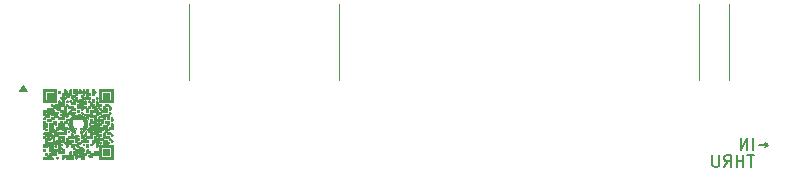
<source format=gbr>
%TF.GenerationSoftware,KiCad,Pcbnew,(5.1.10)-1*%
%TF.CreationDate,2022-06-29T18:38:16+09:00*%
%TF.ProjectId,DUB_with_Tono(ver1.0),4455425f-7769-4746-985f-546f6e6f2876,rev?*%
%TF.SameCoordinates,Original*%
%TF.FileFunction,Legend,Bot*%
%TF.FilePolarity,Positive*%
%FSLAX46Y46*%
G04 Gerber Fmt 4.6, Leading zero omitted, Abs format (unit mm)*
G04 Created by KiCad (PCBNEW (5.1.10)-1) date 2022-06-29 18:38:16*
%MOMM*%
%LPD*%
G01*
G04 APERTURE LIST*
%ADD10C,0.120000*%
%ADD11C,0.150000*%
%ADD12C,0.100000*%
%ADD13C,0.010000*%
G04 APERTURE END LIST*
D10*
X177525680Y-94223840D02*
X177525680Y-100599240D01*
X174985680Y-94223840D02*
X174985680Y-100599240D01*
X144520920Y-94223840D02*
X144520920Y-100599240D01*
X131805680Y-94223840D02*
X131805680Y-100599240D01*
D11*
X179679053Y-107006140D02*
X179107624Y-107006140D01*
X179393339Y-108006140D02*
X179393339Y-107006140D01*
X178774291Y-108006140D02*
X178774291Y-107006140D01*
X178774291Y-107482331D02*
X178202862Y-107482331D01*
X178202862Y-108006140D02*
X178202862Y-107006140D01*
X177155243Y-108006140D02*
X177488577Y-107529950D01*
X177726672Y-108006140D02*
X177726672Y-107006140D01*
X177345720Y-107006140D01*
X177250481Y-107053760D01*
X177202862Y-107101379D01*
X177155243Y-107196617D01*
X177155243Y-107339474D01*
X177202862Y-107434712D01*
X177250481Y-107482331D01*
X177345720Y-107529950D01*
X177726672Y-107529950D01*
X176726672Y-107006140D02*
X176726672Y-107815664D01*
X176679053Y-107910902D01*
X176631434Y-107958521D01*
X176536196Y-108006140D01*
X176345720Y-108006140D01*
X176250481Y-107958521D01*
X176202862Y-107910902D01*
X176155243Y-107815664D01*
X176155243Y-107006140D01*
X180080872Y-106162148D02*
X180842777Y-106162148D01*
X180652300Y-106352624D02*
X180842777Y-106162148D01*
X180652300Y-105971672D01*
X179604681Y-106543100D02*
X179604681Y-105543100D01*
X179128491Y-106543100D02*
X179128491Y-105543100D01*
X178557062Y-106543100D01*
X178557062Y-105543100D01*
D12*
G36*
X118089680Y-101579680D02*
G01*
X117480080Y-101579680D01*
X117784880Y-101092000D01*
X118089680Y-101579680D01*
G37*
X118089680Y-101579680D02*
X117480080Y-101579680D01*
X117784880Y-101092000D01*
X118089680Y-101579680D01*
D13*
%TO.C,G\u002A\u002A\u002A*%
G36*
X119813070Y-102215950D02*
G01*
X120289320Y-102215950D01*
X120289320Y-101739700D01*
X119813070Y-101739700D01*
X119813070Y-102215950D01*
G37*
X119813070Y-102215950D02*
X120289320Y-102215950D01*
X120289320Y-101739700D01*
X119813070Y-101739700D01*
X119813070Y-102215950D01*
G36*
X124575570Y-102215950D02*
G01*
X125051820Y-102215950D01*
X125051820Y-101739700D01*
X124575570Y-101739700D01*
X124575570Y-102215950D01*
G37*
X124575570Y-102215950D02*
X125051820Y-102215950D01*
X125051820Y-101739700D01*
X124575570Y-101739700D01*
X124575570Y-102215950D01*
G36*
X122848275Y-101752813D02*
G01*
X122829656Y-101804447D01*
X122829320Y-101819075D01*
X122816207Y-101879495D01*
X122764573Y-101898114D01*
X122749945Y-101898450D01*
X122689525Y-101911563D01*
X122670906Y-101963197D01*
X122670570Y-101977825D01*
X122683684Y-102038245D01*
X122735318Y-102056864D01*
X122749945Y-102057200D01*
X122810366Y-102044086D01*
X122828985Y-101992452D01*
X122829320Y-101977825D01*
X122842434Y-101917404D01*
X122894068Y-101898785D01*
X122908695Y-101898450D01*
X122969116Y-101885336D01*
X122987735Y-101833702D01*
X122988070Y-101819075D01*
X122974957Y-101758654D01*
X122923323Y-101740035D01*
X122908695Y-101739700D01*
X122848275Y-101752813D01*
G37*
X122848275Y-101752813D02*
X122829656Y-101804447D01*
X122829320Y-101819075D01*
X122816207Y-101879495D01*
X122764573Y-101898114D01*
X122749945Y-101898450D01*
X122689525Y-101911563D01*
X122670906Y-101963197D01*
X122670570Y-101977825D01*
X122683684Y-102038245D01*
X122735318Y-102056864D01*
X122749945Y-102057200D01*
X122810366Y-102044086D01*
X122828985Y-101992452D01*
X122829320Y-101977825D01*
X122842434Y-101917404D01*
X122894068Y-101898785D01*
X122908695Y-101898450D01*
X122969116Y-101885336D01*
X122987735Y-101833702D01*
X122988070Y-101819075D01*
X122974957Y-101758654D01*
X122923323Y-101740035D01*
X122908695Y-101739700D01*
X122848275Y-101752813D01*
G36*
X120467025Y-106197813D02*
G01*
X120448406Y-106249447D01*
X120448070Y-106264075D01*
X120461184Y-106324495D01*
X120512818Y-106343114D01*
X120527445Y-106343450D01*
X120587866Y-106330336D01*
X120606485Y-106278702D01*
X120606820Y-106264075D01*
X120593707Y-106203654D01*
X120542073Y-106185035D01*
X120527445Y-106184700D01*
X120467025Y-106197813D01*
G37*
X120467025Y-106197813D02*
X120448406Y-106249447D01*
X120448070Y-106264075D01*
X120461184Y-106324495D01*
X120512818Y-106343114D01*
X120527445Y-106343450D01*
X120587866Y-106330336D01*
X120606485Y-106278702D01*
X120606820Y-106264075D01*
X120593707Y-106203654D01*
X120542073Y-106185035D01*
X120527445Y-106184700D01*
X120467025Y-106197813D01*
G36*
X124575570Y-106978450D02*
G01*
X125051820Y-106978450D01*
X125051820Y-106502200D01*
X124575570Y-106502200D01*
X124575570Y-106978450D01*
G37*
X124575570Y-106978450D02*
X125051820Y-106978450D01*
X125051820Y-106502200D01*
X124575570Y-106502200D01*
X124575570Y-106978450D01*
G36*
X120784525Y-101594063D02*
G01*
X120765906Y-101645697D01*
X120765570Y-101660325D01*
X120778684Y-101720745D01*
X120830318Y-101739364D01*
X120844945Y-101739700D01*
X120905366Y-101726586D01*
X120923985Y-101674952D01*
X120924320Y-101660325D01*
X120911207Y-101599904D01*
X120859573Y-101581285D01*
X120844945Y-101580950D01*
X120784525Y-101594063D01*
G37*
X120784525Y-101594063D02*
X120765906Y-101645697D01*
X120765570Y-101660325D01*
X120778684Y-101720745D01*
X120830318Y-101739364D01*
X120844945Y-101739700D01*
X120905366Y-101726586D01*
X120923985Y-101674952D01*
X120924320Y-101660325D01*
X120911207Y-101599904D01*
X120859573Y-101581285D01*
X120844945Y-101580950D01*
X120784525Y-101594063D01*
G36*
X123662072Y-101425167D02*
G01*
X123638406Y-101442987D01*
X123626989Y-101489035D01*
X123623362Y-101576687D01*
X123623070Y-101660325D01*
X123624060Y-101781445D01*
X123630000Y-101852443D01*
X123645349Y-101886694D01*
X123674566Y-101897574D01*
X123702445Y-101898450D01*
X123762866Y-101885336D01*
X123781485Y-101833702D01*
X123781820Y-101819075D01*
X123794934Y-101758654D01*
X123846568Y-101740035D01*
X123861195Y-101739700D01*
X123921616Y-101726586D01*
X123940235Y-101674952D01*
X123940570Y-101660325D01*
X123927457Y-101599904D01*
X123875823Y-101581285D01*
X123861195Y-101580950D01*
X123800775Y-101567836D01*
X123782156Y-101516202D01*
X123781820Y-101501575D01*
X123768707Y-101441154D01*
X123717073Y-101422535D01*
X123702445Y-101422200D01*
X123662072Y-101425167D01*
G37*
X123662072Y-101425167D02*
X123638406Y-101442987D01*
X123626989Y-101489035D01*
X123623362Y-101576687D01*
X123623070Y-101660325D01*
X123624060Y-101781445D01*
X123630000Y-101852443D01*
X123645349Y-101886694D01*
X123674566Y-101897574D01*
X123702445Y-101898450D01*
X123762866Y-101885336D01*
X123781485Y-101833702D01*
X123781820Y-101819075D01*
X123794934Y-101758654D01*
X123846568Y-101740035D01*
X123861195Y-101739700D01*
X123921616Y-101726586D01*
X123940235Y-101674952D01*
X123940570Y-101660325D01*
X123927457Y-101599904D01*
X123875823Y-101581285D01*
X123861195Y-101580950D01*
X123800775Y-101567836D01*
X123782156Y-101516202D01*
X123781820Y-101501575D01*
X123768707Y-101441154D01*
X123717073Y-101422535D01*
X123702445Y-101422200D01*
X123662072Y-101425167D01*
G36*
X123959525Y-102070313D02*
G01*
X123940906Y-102121947D01*
X123940570Y-102136575D01*
X123953684Y-102196995D01*
X124005318Y-102215614D01*
X124019945Y-102215950D01*
X124080366Y-102202836D01*
X124098985Y-102151202D01*
X124099320Y-102136575D01*
X124086207Y-102076154D01*
X124034573Y-102057535D01*
X124019945Y-102057200D01*
X123959525Y-102070313D01*
G37*
X123959525Y-102070313D02*
X123940906Y-102121947D01*
X123940570Y-102136575D01*
X123953684Y-102196995D01*
X124005318Y-102215614D01*
X124019945Y-102215950D01*
X124080366Y-102202836D01*
X124098985Y-102151202D01*
X124099320Y-102136575D01*
X124086207Y-102076154D01*
X124034573Y-102057535D01*
X124019945Y-102057200D01*
X123959525Y-102070313D01*
G36*
X119495570Y-102533450D02*
G01*
X120606820Y-102533450D01*
X120606820Y-101580950D01*
X120448070Y-101580950D01*
X120448070Y-102374700D01*
X119654320Y-102374700D01*
X119654320Y-101580950D01*
X120448070Y-101580950D01*
X120606820Y-101580950D01*
X120606820Y-101422200D01*
X119495570Y-101422200D01*
X119495570Y-102533450D01*
G37*
X119495570Y-102533450D02*
X120606820Y-102533450D01*
X120606820Y-101580950D01*
X120448070Y-101580950D01*
X120448070Y-102374700D01*
X119654320Y-102374700D01*
X119654320Y-101580950D01*
X120448070Y-101580950D01*
X120606820Y-101580950D01*
X120606820Y-101422200D01*
X119495570Y-101422200D01*
X119495570Y-102533450D01*
G36*
X121419525Y-102387813D02*
G01*
X121400906Y-102439447D01*
X121400570Y-102454075D01*
X121413684Y-102514495D01*
X121465318Y-102533114D01*
X121479945Y-102533450D01*
X121540366Y-102520336D01*
X121558985Y-102468702D01*
X121559320Y-102454075D01*
X121546207Y-102393654D01*
X121494573Y-102375035D01*
X121479945Y-102374700D01*
X121419525Y-102387813D01*
G37*
X121419525Y-102387813D02*
X121400906Y-102439447D01*
X121400570Y-102454075D01*
X121413684Y-102514495D01*
X121465318Y-102533114D01*
X121479945Y-102533450D01*
X121540366Y-102520336D01*
X121558985Y-102468702D01*
X121559320Y-102454075D01*
X121546207Y-102393654D01*
X121494573Y-102375035D01*
X121479945Y-102374700D01*
X121419525Y-102387813D01*
G36*
X124258070Y-102533450D02*
G01*
X125369320Y-102533450D01*
X125369320Y-101580950D01*
X125210570Y-101580950D01*
X125210570Y-102374700D01*
X124416820Y-102374700D01*
X124416820Y-101580950D01*
X125210570Y-101580950D01*
X125369320Y-101580950D01*
X125369320Y-101422200D01*
X124258070Y-101422200D01*
X124258070Y-102533450D01*
G37*
X124258070Y-102533450D02*
X125369320Y-102533450D01*
X125369320Y-101580950D01*
X125210570Y-101580950D01*
X125210570Y-102374700D01*
X124416820Y-102374700D01*
X124416820Y-101580950D01*
X125210570Y-101580950D01*
X125369320Y-101580950D01*
X125369320Y-101422200D01*
X124258070Y-101422200D01*
X124258070Y-102533450D01*
G36*
X122372025Y-103181563D02*
G01*
X122353406Y-103233197D01*
X122353070Y-103247825D01*
X122366184Y-103308245D01*
X122417818Y-103326864D01*
X122432445Y-103327200D01*
X122492866Y-103314086D01*
X122511485Y-103262452D01*
X122511820Y-103247825D01*
X122498707Y-103187404D01*
X122447073Y-103168785D01*
X122432445Y-103168450D01*
X122372025Y-103181563D01*
G37*
X122372025Y-103181563D02*
X122353406Y-103233197D01*
X122353070Y-103247825D01*
X122366184Y-103308245D01*
X122417818Y-103326864D01*
X122432445Y-103327200D01*
X122492866Y-103314086D01*
X122511485Y-103262452D01*
X122511820Y-103247825D01*
X122498707Y-103187404D01*
X122447073Y-103168785D01*
X122432445Y-103168450D01*
X122372025Y-103181563D01*
G36*
X125242837Y-103808596D02*
G01*
X125219336Y-103834863D01*
X125211322Y-103898489D01*
X125210570Y-103962200D01*
X125213144Y-104056416D01*
X125226277Y-104103418D01*
X125258090Y-104119446D01*
X125289945Y-104120950D01*
X125337054Y-104115803D01*
X125360555Y-104089536D01*
X125368569Y-104025910D01*
X125369320Y-103962200D01*
X125366747Y-103867983D01*
X125353614Y-103820981D01*
X125321801Y-103804953D01*
X125289945Y-103803450D01*
X125242837Y-103808596D01*
G37*
X125242837Y-103808596D02*
X125219336Y-103834863D01*
X125211322Y-103898489D01*
X125210570Y-103962200D01*
X125213144Y-104056416D01*
X125226277Y-104103418D01*
X125258090Y-104119446D01*
X125289945Y-104120950D01*
X125337054Y-104115803D01*
X125360555Y-104089536D01*
X125368569Y-104025910D01*
X125369320Y-103962200D01*
X125366747Y-103867983D01*
X125353614Y-103820981D01*
X125321801Y-103804953D01*
X125289945Y-103803450D01*
X125242837Y-103808596D01*
G36*
X119495570Y-104755950D02*
G01*
X119574945Y-104755950D01*
X119635366Y-104769063D01*
X119653985Y-104820697D01*
X119654320Y-104835325D01*
X119667434Y-104895745D01*
X119719068Y-104914364D01*
X119733695Y-104914700D01*
X119794116Y-104901586D01*
X119812735Y-104849952D01*
X119813070Y-104835325D01*
X119799957Y-104774904D01*
X119748323Y-104756285D01*
X119733695Y-104755950D01*
X119673275Y-104742836D01*
X119654656Y-104691202D01*
X119654320Y-104676575D01*
X119667434Y-104616154D01*
X119719068Y-104597535D01*
X119733695Y-104597200D01*
X119780804Y-104592053D01*
X119804305Y-104565786D01*
X119812319Y-104502160D01*
X119813070Y-104438450D01*
X119810497Y-104344233D01*
X119797364Y-104297231D01*
X119765551Y-104281203D01*
X119733695Y-104279700D01*
X119673275Y-104266586D01*
X119654656Y-104214952D01*
X119654320Y-104200325D01*
X119641207Y-104139904D01*
X119589573Y-104121285D01*
X119574945Y-104120950D01*
X119495570Y-104120950D01*
X119495570Y-104755950D01*
G37*
X119495570Y-104755950D02*
X119574945Y-104755950D01*
X119635366Y-104769063D01*
X119653985Y-104820697D01*
X119654320Y-104835325D01*
X119667434Y-104895745D01*
X119719068Y-104914364D01*
X119733695Y-104914700D01*
X119794116Y-104901586D01*
X119812735Y-104849952D01*
X119813070Y-104835325D01*
X119799957Y-104774904D01*
X119748323Y-104756285D01*
X119733695Y-104755950D01*
X119673275Y-104742836D01*
X119654656Y-104691202D01*
X119654320Y-104676575D01*
X119667434Y-104616154D01*
X119719068Y-104597535D01*
X119733695Y-104597200D01*
X119780804Y-104592053D01*
X119804305Y-104565786D01*
X119812319Y-104502160D01*
X119813070Y-104438450D01*
X119810497Y-104344233D01*
X119797364Y-104297231D01*
X119765551Y-104281203D01*
X119733695Y-104279700D01*
X119673275Y-104266586D01*
X119654656Y-104214952D01*
X119654320Y-104200325D01*
X119641207Y-104139904D01*
X119589573Y-104121285D01*
X119574945Y-104120950D01*
X119495570Y-104120950D01*
X119495570Y-104755950D01*
G36*
X121577398Y-104924687D02*
G01*
X121559961Y-104969995D01*
X121559320Y-104991866D01*
X121571489Y-105053260D01*
X121620725Y-105072847D01*
X121640904Y-105073450D01*
X121700370Y-105063085D01*
X121714341Y-105021243D01*
X121712341Y-105002012D01*
X121676186Y-104937825D01*
X121630758Y-104920429D01*
X121577398Y-104924687D01*
G37*
X121577398Y-104924687D02*
X121559961Y-104969995D01*
X121559320Y-104991866D01*
X121571489Y-105053260D01*
X121620725Y-105072847D01*
X121640904Y-105073450D01*
X121700370Y-105063085D01*
X121714341Y-105021243D01*
X121712341Y-105002012D01*
X121676186Y-104937825D01*
X121630758Y-104920429D01*
X121577398Y-104924687D01*
G36*
X122288293Y-103563480D02*
G01*
X122090345Y-103619041D01*
X121914610Y-103722000D01*
X121839005Y-103791496D01*
X121718885Y-103962755D01*
X121647744Y-104158465D01*
X121625115Y-104365747D01*
X121650532Y-104571719D01*
X121723529Y-104763500D01*
X121843638Y-104928209D01*
X121881451Y-104964067D01*
X121961898Y-105025335D01*
X122052145Y-105080613D01*
X122134884Y-105120918D01*
X122192809Y-105137266D01*
X122207407Y-105133286D01*
X122215223Y-105097651D01*
X122224501Y-105017134D01*
X122232052Y-104925062D01*
X122245647Y-104729050D01*
X122127414Y-104682607D01*
X122008074Y-104605164D01*
X121936722Y-104489679D01*
X121917667Y-104344203D01*
X121922260Y-104299398D01*
X121940493Y-104176405D01*
X121958708Y-104051906D01*
X121960204Y-104041575D01*
X121982196Y-103935784D01*
X122015006Y-103885378D01*
X122067982Y-103882260D01*
X122120198Y-103902972D01*
X122210733Y-103927482D01*
X122340464Y-103940138D01*
X122486210Y-103940972D01*
X122624790Y-103930015D01*
X122733023Y-103907301D01*
X122747178Y-103902095D01*
X122817591Y-103881302D01*
X122861285Y-103895952D01*
X122888114Y-103955672D01*
X122906200Y-104057450D01*
X122923305Y-104176839D01*
X122940672Y-104292918D01*
X122944145Y-104315273D01*
X122937597Y-104459015D01*
X122875791Y-104581782D01*
X122766097Y-104670323D01*
X122739899Y-104682412D01*
X122656834Y-104717451D01*
X122618947Y-104740251D01*
X122613256Y-104764062D01*
X122625595Y-104799030D01*
X122670532Y-104843308D01*
X122742452Y-104844746D01*
X122823443Y-104805413D01*
X122861070Y-104771825D01*
X122933842Y-104706830D01*
X122975700Y-104692992D01*
X122980676Y-104726638D01*
X122942801Y-104804096D01*
X122934528Y-104817025D01*
X122856645Y-104907042D01*
X122771038Y-104961266D01*
X122693406Y-104971157D01*
X122669110Y-104961422D01*
X122648313Y-104975150D01*
X122638874Y-105034028D01*
X122638820Y-105039826D01*
X122647863Y-105106839D01*
X122679956Y-105132393D01*
X122742552Y-105116302D01*
X122843100Y-105058377D01*
X122880370Y-105033762D01*
X123045128Y-104887597D01*
X123161235Y-104710005D01*
X123227265Y-104511912D01*
X123241792Y-104304248D01*
X123203389Y-104097938D01*
X123110630Y-103903912D01*
X123039963Y-103810956D01*
X122884290Y-103679054D01*
X122698378Y-103593699D01*
X122495342Y-103555103D01*
X122288293Y-103563480D01*
G37*
X122288293Y-103563480D02*
X122090345Y-103619041D01*
X121914610Y-103722000D01*
X121839005Y-103791496D01*
X121718885Y-103962755D01*
X121647744Y-104158465D01*
X121625115Y-104365747D01*
X121650532Y-104571719D01*
X121723529Y-104763500D01*
X121843638Y-104928209D01*
X121881451Y-104964067D01*
X121961898Y-105025335D01*
X122052145Y-105080613D01*
X122134884Y-105120918D01*
X122192809Y-105137266D01*
X122207407Y-105133286D01*
X122215223Y-105097651D01*
X122224501Y-105017134D01*
X122232052Y-104925062D01*
X122245647Y-104729050D01*
X122127414Y-104682607D01*
X122008074Y-104605164D01*
X121936722Y-104489679D01*
X121917667Y-104344203D01*
X121922260Y-104299398D01*
X121940493Y-104176405D01*
X121958708Y-104051906D01*
X121960204Y-104041575D01*
X121982196Y-103935784D01*
X122015006Y-103885378D01*
X122067982Y-103882260D01*
X122120198Y-103902972D01*
X122210733Y-103927482D01*
X122340464Y-103940138D01*
X122486210Y-103940972D01*
X122624790Y-103930015D01*
X122733023Y-103907301D01*
X122747178Y-103902095D01*
X122817591Y-103881302D01*
X122861285Y-103895952D01*
X122888114Y-103955672D01*
X122906200Y-104057450D01*
X122923305Y-104176839D01*
X122940672Y-104292918D01*
X122944145Y-104315273D01*
X122937597Y-104459015D01*
X122875791Y-104581782D01*
X122766097Y-104670323D01*
X122739899Y-104682412D01*
X122656834Y-104717451D01*
X122618947Y-104740251D01*
X122613256Y-104764062D01*
X122625595Y-104799030D01*
X122670532Y-104843308D01*
X122742452Y-104844746D01*
X122823443Y-104805413D01*
X122861070Y-104771825D01*
X122933842Y-104706830D01*
X122975700Y-104692992D01*
X122980676Y-104726638D01*
X122942801Y-104804096D01*
X122934528Y-104817025D01*
X122856645Y-104907042D01*
X122771038Y-104961266D01*
X122693406Y-104971157D01*
X122669110Y-104961422D01*
X122648313Y-104975150D01*
X122638874Y-105034028D01*
X122638820Y-105039826D01*
X122647863Y-105106839D01*
X122679956Y-105132393D01*
X122742552Y-105116302D01*
X122843100Y-105058377D01*
X122880370Y-105033762D01*
X123045128Y-104887597D01*
X123161235Y-104710005D01*
X123227265Y-104511912D01*
X123241792Y-104304248D01*
X123203389Y-104097938D01*
X123110630Y-103903912D01*
X123039963Y-103810956D01*
X122884290Y-103679054D01*
X122698378Y-103593699D01*
X122495342Y-103555103D01*
X122288293Y-103563480D01*
G36*
X122848275Y-106039063D02*
G01*
X122829656Y-106090697D01*
X122829320Y-106105325D01*
X122842434Y-106165745D01*
X122894068Y-106184364D01*
X122908695Y-106184700D01*
X122969116Y-106171586D01*
X122987735Y-106119952D01*
X122988070Y-106105325D01*
X122974957Y-106044904D01*
X122923323Y-106026285D01*
X122908695Y-106025950D01*
X122848275Y-106039063D01*
G37*
X122848275Y-106039063D02*
X122829656Y-106090697D01*
X122829320Y-106105325D01*
X122842434Y-106165745D01*
X122894068Y-106184364D01*
X122908695Y-106184700D01*
X122969116Y-106171586D01*
X122987735Y-106119952D01*
X122988070Y-106105325D01*
X122974957Y-106044904D01*
X122923323Y-106026285D01*
X122908695Y-106025950D01*
X122848275Y-106039063D01*
G36*
X123179087Y-106031096D02*
G01*
X123155586Y-106057363D01*
X123147572Y-106120989D01*
X123146820Y-106184700D01*
X123149394Y-106278916D01*
X123162527Y-106325918D01*
X123194340Y-106341946D01*
X123226195Y-106343450D01*
X123273304Y-106338303D01*
X123296805Y-106312036D01*
X123304819Y-106248410D01*
X123305570Y-106184700D01*
X123302997Y-106090483D01*
X123289864Y-106043481D01*
X123258051Y-106027453D01*
X123226195Y-106025950D01*
X123179087Y-106031096D01*
G37*
X123179087Y-106031096D02*
X123155586Y-106057363D01*
X123147572Y-106120989D01*
X123146820Y-106184700D01*
X123149394Y-106278916D01*
X123162527Y-106325918D01*
X123194340Y-106341946D01*
X123226195Y-106343450D01*
X123273304Y-106338303D01*
X123296805Y-106312036D01*
X123304819Y-106248410D01*
X123305570Y-106184700D01*
X123302997Y-106090483D01*
X123289864Y-106043481D01*
X123258051Y-106027453D01*
X123226195Y-106025950D01*
X123179087Y-106031096D01*
G36*
X119514525Y-106515313D02*
G01*
X119495906Y-106566947D01*
X119495570Y-106581575D01*
X119508684Y-106641995D01*
X119560318Y-106660614D01*
X119574945Y-106660950D01*
X119635366Y-106647836D01*
X119653985Y-106596202D01*
X119654320Y-106581575D01*
X119641207Y-106521154D01*
X119589573Y-106502535D01*
X119574945Y-106502200D01*
X119514525Y-106515313D01*
G37*
X119514525Y-106515313D02*
X119495906Y-106566947D01*
X119495570Y-106581575D01*
X119508684Y-106641995D01*
X119560318Y-106660614D01*
X119574945Y-106660950D01*
X119635366Y-106647836D01*
X119653985Y-106596202D01*
X119654320Y-106581575D01*
X119641207Y-106521154D01*
X119589573Y-106502535D01*
X119574945Y-106502200D01*
X119514525Y-106515313D01*
G36*
X120625775Y-107150313D02*
G01*
X120607156Y-107201947D01*
X120606820Y-107216575D01*
X120619934Y-107276995D01*
X120671568Y-107295614D01*
X120686195Y-107295950D01*
X120746616Y-107282836D01*
X120765235Y-107231202D01*
X120765570Y-107216575D01*
X120752457Y-107156154D01*
X120700823Y-107137535D01*
X120686195Y-107137200D01*
X120625775Y-107150313D01*
G37*
X120625775Y-107150313D02*
X120607156Y-107201947D01*
X120606820Y-107216575D01*
X120619934Y-107276995D01*
X120671568Y-107295614D01*
X120686195Y-107295950D01*
X120746616Y-107282836D01*
X120765235Y-107231202D01*
X120765570Y-107216575D01*
X120752457Y-107156154D01*
X120700823Y-107137535D01*
X120686195Y-107137200D01*
X120625775Y-107150313D01*
G36*
X122035570Y-101580950D02*
G01*
X122038144Y-101675166D01*
X122051277Y-101722168D01*
X122083090Y-101738196D01*
X122114945Y-101739700D01*
X122175366Y-101752813D01*
X122193985Y-101804447D01*
X122194320Y-101819075D01*
X122189174Y-101866183D01*
X122162907Y-101889684D01*
X122099281Y-101897698D01*
X122035570Y-101898450D01*
X121876820Y-101898450D01*
X121876820Y-101660325D01*
X121875831Y-101539204D01*
X121869891Y-101468206D01*
X121854542Y-101433955D01*
X121825325Y-101423075D01*
X121797445Y-101422200D01*
X121757072Y-101425167D01*
X121733406Y-101442987D01*
X121721989Y-101489035D01*
X121718362Y-101576687D01*
X121718070Y-101660325D01*
X121717081Y-101781445D01*
X121711141Y-101852443D01*
X121695792Y-101886694D01*
X121666575Y-101897574D01*
X121638695Y-101898450D01*
X121591587Y-101893303D01*
X121568086Y-101867036D01*
X121560072Y-101803410D01*
X121559320Y-101739700D01*
X121556747Y-101645483D01*
X121543614Y-101598481D01*
X121511801Y-101582453D01*
X121479945Y-101580950D01*
X121419525Y-101567836D01*
X121400906Y-101516202D01*
X121400570Y-101501575D01*
X121387457Y-101441154D01*
X121335823Y-101422535D01*
X121321195Y-101422200D01*
X121274087Y-101427346D01*
X121250586Y-101453613D01*
X121242572Y-101517239D01*
X121241820Y-101580950D01*
X121239247Y-101675166D01*
X121226114Y-101722168D01*
X121194301Y-101738196D01*
X121162445Y-101739700D01*
X121115337Y-101744846D01*
X121091836Y-101771113D01*
X121083822Y-101834739D01*
X121083070Y-101898450D01*
X121080497Y-101992666D01*
X121067364Y-102039668D01*
X121035551Y-102055696D01*
X121003695Y-102057200D01*
X120943275Y-102070313D01*
X120924656Y-102121947D01*
X120924320Y-102136575D01*
X120937434Y-102196995D01*
X120989068Y-102215614D01*
X121003695Y-102215950D01*
X121050804Y-102221096D01*
X121074305Y-102247363D01*
X121082319Y-102310989D01*
X121083070Y-102374700D01*
X121080497Y-102468916D01*
X121067364Y-102515918D01*
X121035551Y-102531946D01*
X121003695Y-102533450D01*
X120943275Y-102520336D01*
X120924656Y-102468702D01*
X120924320Y-102454075D01*
X120911207Y-102393654D01*
X120859573Y-102375035D01*
X120844945Y-102374700D01*
X120797837Y-102379846D01*
X120774336Y-102406113D01*
X120766322Y-102469739D01*
X120765570Y-102533450D01*
X120765570Y-102692200D01*
X120606820Y-102692200D01*
X120512604Y-102694773D01*
X120465602Y-102707906D01*
X120449574Y-102739719D01*
X120448070Y-102771575D01*
X120434957Y-102831995D01*
X120383323Y-102850614D01*
X120368695Y-102850950D01*
X120308275Y-102837836D01*
X120289656Y-102786202D01*
X120289320Y-102771575D01*
X120276207Y-102711154D01*
X120224573Y-102692535D01*
X120209945Y-102692200D01*
X120149525Y-102705313D01*
X120130906Y-102756947D01*
X120130570Y-102771575D01*
X120143684Y-102831995D01*
X120195318Y-102850614D01*
X120209945Y-102850950D01*
X120270366Y-102864063D01*
X120288985Y-102915697D01*
X120289320Y-102930325D01*
X120286353Y-102970698D01*
X120268533Y-102994364D01*
X120222485Y-103005781D01*
X120134833Y-103009408D01*
X120051195Y-103009700D01*
X119930075Y-103010689D01*
X119859077Y-103016629D01*
X119824826Y-103031978D01*
X119813946Y-103061195D01*
X119813070Y-103089075D01*
X119807924Y-103136183D01*
X119781657Y-103159684D01*
X119718031Y-103167698D01*
X119654320Y-103168450D01*
X119495570Y-103168450D01*
X119495570Y-103406575D01*
X119496560Y-103527695D01*
X119502500Y-103598693D01*
X119517849Y-103632944D01*
X119547066Y-103643824D01*
X119574945Y-103644700D01*
X119635366Y-103657813D01*
X119653985Y-103709447D01*
X119654320Y-103724075D01*
X119641207Y-103784495D01*
X119589573Y-103803114D01*
X119574945Y-103803450D01*
X119514525Y-103816563D01*
X119495906Y-103868197D01*
X119495570Y-103882825D01*
X119508684Y-103943245D01*
X119560318Y-103961864D01*
X119574945Y-103962200D01*
X119635366Y-103949086D01*
X119653985Y-103897452D01*
X119654320Y-103882825D01*
X119659467Y-103835716D01*
X119685734Y-103812215D01*
X119749360Y-103804201D01*
X119813070Y-103803450D01*
X119971820Y-103803450D01*
X119971820Y-103644700D01*
X119974394Y-103550483D01*
X119987527Y-103503481D01*
X120019340Y-103487453D01*
X120051195Y-103485950D01*
X120111616Y-103499063D01*
X120130235Y-103550697D01*
X120130570Y-103565325D01*
X120135717Y-103612433D01*
X120161984Y-103635934D01*
X120225610Y-103643948D01*
X120289320Y-103644700D01*
X120383537Y-103647273D01*
X120430539Y-103660406D01*
X120446567Y-103692219D01*
X120448070Y-103724075D01*
X120442924Y-103771183D01*
X120416657Y-103794684D01*
X120353031Y-103802698D01*
X120289320Y-103803450D01*
X120195104Y-103806023D01*
X120148102Y-103819156D01*
X120132074Y-103850969D01*
X120130570Y-103882825D01*
X120125424Y-103929933D01*
X120099157Y-103953434D01*
X120035531Y-103961448D01*
X119971820Y-103962200D01*
X119877604Y-103964773D01*
X119830602Y-103977906D01*
X119814574Y-104009719D01*
X119813070Y-104041575D01*
X119818217Y-104088683D01*
X119844484Y-104112184D01*
X119908110Y-104120198D01*
X119971820Y-104120950D01*
X120066037Y-104118376D01*
X120113039Y-104105243D01*
X120129067Y-104073430D01*
X120130570Y-104041575D01*
X120135717Y-103994466D01*
X120161984Y-103970965D01*
X120225610Y-103962951D01*
X120289320Y-103962200D01*
X120383537Y-103959626D01*
X120430539Y-103946493D01*
X120446567Y-103914680D01*
X120448070Y-103882825D01*
X120453217Y-103835716D01*
X120479484Y-103812215D01*
X120543110Y-103804201D01*
X120606820Y-103803450D01*
X120701037Y-103806023D01*
X120748039Y-103819156D01*
X120764067Y-103850969D01*
X120765570Y-103882825D01*
X120768538Y-103923198D01*
X120786358Y-103946864D01*
X120832406Y-103958281D01*
X120920058Y-103961908D01*
X121003695Y-103962200D01*
X121241820Y-103962200D01*
X121241820Y-103803450D01*
X121244394Y-103709233D01*
X121257527Y-103662231D01*
X121289340Y-103646203D01*
X121321195Y-103644700D01*
X121381616Y-103657813D01*
X121400235Y-103709447D01*
X121400570Y-103724075D01*
X121413684Y-103784495D01*
X121465318Y-103803114D01*
X121479945Y-103803450D01*
X121527054Y-103798303D01*
X121550555Y-103772036D01*
X121558569Y-103708410D01*
X121559320Y-103644700D01*
X121559320Y-103485950D01*
X121718070Y-103485950D01*
X121816490Y-103490594D01*
X121865003Y-103507291D01*
X121876820Y-103536220D01*
X121888596Y-103573770D01*
X121900633Y-103574804D01*
X121942099Y-103556129D01*
X122019250Y-103522497D01*
X122059383Y-103505211D01*
X122157655Y-103449537D01*
X122194026Y-103392948D01*
X122194320Y-103387252D01*
X122184834Y-103351052D01*
X122146193Y-103333012D01*
X122063123Y-103327356D01*
X122035570Y-103327200D01*
X121941354Y-103324626D01*
X121894352Y-103311493D01*
X121878324Y-103279680D01*
X121876820Y-103247825D01*
X121881967Y-103200716D01*
X121908234Y-103177215D01*
X121971860Y-103169201D01*
X122035570Y-103168450D01*
X122129787Y-103165876D01*
X122176789Y-103152743D01*
X122192817Y-103120930D01*
X122194320Y-103089075D01*
X121876820Y-103089075D01*
X121863707Y-103149495D01*
X121812073Y-103168114D01*
X121797445Y-103168450D01*
X121737025Y-103181563D01*
X121718406Y-103233197D01*
X121718070Y-103247825D01*
X121704957Y-103308245D01*
X121653323Y-103326864D01*
X121638695Y-103327200D01*
X121578275Y-103340313D01*
X121559656Y-103391947D01*
X121559320Y-103406575D01*
X121546207Y-103466995D01*
X121494573Y-103485614D01*
X121479945Y-103485950D01*
X121400570Y-103485950D01*
X121400570Y-102850950D01*
X121479945Y-102850950D01*
X121540366Y-102864063D01*
X121558985Y-102915697D01*
X121559320Y-102930325D01*
X121564467Y-102977433D01*
X121590734Y-103000934D01*
X121654360Y-103008948D01*
X121718070Y-103009700D01*
X121812287Y-103012273D01*
X121859289Y-103025406D01*
X121875317Y-103057219D01*
X121876820Y-103089075D01*
X122194320Y-103089075D01*
X122181207Y-103028654D01*
X122129573Y-103010035D01*
X122114945Y-103009700D01*
X122054525Y-102996586D01*
X122035906Y-102944952D01*
X122035570Y-102930325D01*
X122032603Y-102889951D01*
X122014783Y-102866285D01*
X121968735Y-102854868D01*
X121881083Y-102851241D01*
X121797445Y-102850950D01*
X121676325Y-102849960D01*
X121605327Y-102844020D01*
X121571076Y-102828671D01*
X121560196Y-102799454D01*
X121559320Y-102771575D01*
X121546207Y-102711154D01*
X121494573Y-102692535D01*
X121479945Y-102692200D01*
X121419525Y-102705313D01*
X121400906Y-102756947D01*
X121400570Y-102771575D01*
X121387457Y-102831995D01*
X121335823Y-102850614D01*
X121321195Y-102850950D01*
X121241820Y-102850950D01*
X121241820Y-103168450D01*
X121083070Y-103168450D01*
X120988854Y-103171023D01*
X120941852Y-103184156D01*
X120925824Y-103215969D01*
X120924320Y-103247825D01*
X120937434Y-103308245D01*
X120989068Y-103326864D01*
X121003695Y-103327200D01*
X121064116Y-103340313D01*
X121082735Y-103391947D01*
X121083070Y-103406575D01*
X121069957Y-103466995D01*
X121018323Y-103485614D01*
X121003695Y-103485950D01*
X120943275Y-103499063D01*
X120924656Y-103550697D01*
X120924320Y-103565325D01*
X120937434Y-103625745D01*
X120989068Y-103644364D01*
X121003695Y-103644700D01*
X121064116Y-103657813D01*
X121082735Y-103709447D01*
X121083070Y-103724075D01*
X121077924Y-103771183D01*
X121051657Y-103794684D01*
X120988031Y-103802698D01*
X120924320Y-103803450D01*
X120830104Y-103800876D01*
X120783102Y-103787743D01*
X120767074Y-103755930D01*
X120765570Y-103724075D01*
X120752457Y-103663654D01*
X120700823Y-103645035D01*
X120686195Y-103644700D01*
X120625775Y-103631586D01*
X120607156Y-103579952D01*
X120606820Y-103565325D01*
X120619934Y-103504904D01*
X120671568Y-103486285D01*
X120686195Y-103485950D01*
X120746616Y-103472836D01*
X120765235Y-103421202D01*
X120765570Y-103406575D01*
X120760424Y-103359466D01*
X120734157Y-103335965D01*
X120670531Y-103327951D01*
X120606820Y-103327200D01*
X120512604Y-103329773D01*
X120465602Y-103342906D01*
X120449574Y-103374719D01*
X120448070Y-103406575D01*
X120434957Y-103466995D01*
X120383323Y-103485614D01*
X120368695Y-103485950D01*
X120308275Y-103472836D01*
X120289656Y-103421202D01*
X120289320Y-103406575D01*
X119813070Y-103406575D01*
X119799957Y-103466995D01*
X119748323Y-103485614D01*
X119733695Y-103485950D01*
X119673275Y-103472836D01*
X119654656Y-103421202D01*
X119654320Y-103406575D01*
X119667434Y-103346154D01*
X119719068Y-103327535D01*
X119733695Y-103327200D01*
X119794116Y-103340313D01*
X119812735Y-103391947D01*
X119813070Y-103406575D01*
X120289320Y-103406575D01*
X120302434Y-103346154D01*
X120354068Y-103327535D01*
X120368695Y-103327200D01*
X120429116Y-103314086D01*
X120447735Y-103262452D01*
X120448070Y-103247825D01*
X120434957Y-103187404D01*
X120383323Y-103168785D01*
X120368695Y-103168450D01*
X120308275Y-103155336D01*
X120289656Y-103103702D01*
X120289320Y-103089075D01*
X120294467Y-103041966D01*
X120320734Y-103018465D01*
X120384360Y-103010451D01*
X120448070Y-103009700D01*
X120542287Y-103012273D01*
X120589289Y-103025406D01*
X120605317Y-103057219D01*
X120606820Y-103089075D01*
X120611967Y-103136183D01*
X120638234Y-103159684D01*
X120701860Y-103167698D01*
X120765570Y-103168450D01*
X120924320Y-103168450D01*
X120924320Y-102850950D01*
X121241820Y-102850950D01*
X121241820Y-102215950D01*
X121321195Y-102215950D01*
X121381616Y-102202836D01*
X121400235Y-102151202D01*
X121400570Y-102136575D01*
X121405717Y-102089466D01*
X121431984Y-102065965D01*
X121495610Y-102057951D01*
X121559320Y-102057200D01*
X121653537Y-102054626D01*
X121700539Y-102041493D01*
X121716567Y-102009680D01*
X121718070Y-101977825D01*
X121400570Y-101977825D01*
X121387457Y-102038245D01*
X121335823Y-102056864D01*
X121321195Y-102057200D01*
X121260775Y-102044086D01*
X121242156Y-101992452D01*
X121241820Y-101977825D01*
X121254934Y-101917404D01*
X121306568Y-101898785D01*
X121321195Y-101898450D01*
X121381616Y-101911563D01*
X121400235Y-101963197D01*
X121400570Y-101977825D01*
X121718070Y-101977825D01*
X121731184Y-101917404D01*
X121782818Y-101898785D01*
X121797445Y-101898450D01*
X121844554Y-101903596D01*
X121868055Y-101929863D01*
X121876069Y-101993489D01*
X121876820Y-102057200D01*
X121879394Y-102151416D01*
X121892527Y-102198418D01*
X121924340Y-102214446D01*
X121956195Y-102215950D01*
X122003304Y-102221096D01*
X122026805Y-102247363D01*
X122034819Y-102310989D01*
X122035570Y-102374700D01*
X122032997Y-102468916D01*
X122019864Y-102515918D01*
X121988051Y-102531946D01*
X121956195Y-102533450D01*
X121895775Y-102520336D01*
X121877156Y-102468702D01*
X121876820Y-102454075D01*
X121863707Y-102393654D01*
X121812073Y-102375035D01*
X121797445Y-102374700D01*
X121737025Y-102387813D01*
X121718406Y-102439447D01*
X121718070Y-102454075D01*
X121731184Y-102514495D01*
X121782818Y-102533114D01*
X121797445Y-102533450D01*
X121857866Y-102546563D01*
X121876485Y-102598197D01*
X121876820Y-102612825D01*
X121881967Y-102659933D01*
X121908234Y-102683434D01*
X121971860Y-102691448D01*
X122035570Y-102692200D01*
X122194320Y-102692200D01*
X122194320Y-102533450D01*
X122196894Y-102439233D01*
X122210027Y-102392231D01*
X122241840Y-102376203D01*
X122273695Y-102374700D01*
X122334116Y-102387813D01*
X122352735Y-102439447D01*
X122353070Y-102454075D01*
X122366184Y-102514495D01*
X122417818Y-102533114D01*
X122432445Y-102533450D01*
X122492866Y-102546563D01*
X122511485Y-102598197D01*
X122511820Y-102612825D01*
X122498707Y-102673245D01*
X122447073Y-102691864D01*
X122432445Y-102692200D01*
X122385337Y-102697346D01*
X122361836Y-102723613D01*
X122353822Y-102787239D01*
X122353070Y-102850950D01*
X122353070Y-103009700D01*
X122511820Y-103009700D01*
X122606037Y-103012273D01*
X122653039Y-103025406D01*
X122669067Y-103057219D01*
X122670570Y-103089075D01*
X122683684Y-103149495D01*
X122735318Y-103168114D01*
X122749945Y-103168450D01*
X122810366Y-103155336D01*
X122828985Y-103103702D01*
X122829320Y-103089075D01*
X122834467Y-103041966D01*
X122860734Y-103018465D01*
X122924360Y-103010451D01*
X122988070Y-103009700D01*
X123146820Y-103009700D01*
X123146820Y-103168450D01*
X123149394Y-103262666D01*
X123162527Y-103309668D01*
X123194340Y-103325696D01*
X123226195Y-103327200D01*
X123273304Y-103322053D01*
X123296805Y-103295786D01*
X123304819Y-103232160D01*
X123305570Y-103168450D01*
X123308144Y-103074233D01*
X123321277Y-103027231D01*
X123353090Y-103011203D01*
X123384945Y-103009700D01*
X123445366Y-102996586D01*
X123463985Y-102944952D01*
X123464320Y-102930325D01*
X123477434Y-102869904D01*
X123529068Y-102851285D01*
X123543695Y-102850950D01*
X123604116Y-102864063D01*
X123622735Y-102915697D01*
X123623070Y-102930325D01*
X123636184Y-102990745D01*
X123687818Y-103009364D01*
X123702445Y-103009700D01*
X123762866Y-103022813D01*
X123781485Y-103074447D01*
X123781820Y-103089075D01*
X123776674Y-103136183D01*
X123750407Y-103159684D01*
X123686781Y-103167698D01*
X123623070Y-103168450D01*
X123464320Y-103168450D01*
X123464320Y-103485950D01*
X122829320Y-103485950D01*
X122829320Y-103406575D01*
X122816207Y-103346154D01*
X122764573Y-103327535D01*
X122749945Y-103327200D01*
X122685560Y-103345020D01*
X122667716Y-103387506D01*
X122694572Y-103438199D01*
X122764286Y-103480637D01*
X122767225Y-103481681D01*
X122864521Y-103525714D01*
X122954688Y-103580037D01*
X123030455Y-103624203D01*
X123092457Y-103644547D01*
X123096159Y-103644700D01*
X123140135Y-103670284D01*
X123146820Y-103695361D01*
X123164181Y-103755981D01*
X123205793Y-103830298D01*
X123253178Y-103904630D01*
X123282662Y-103962200D01*
X123292420Y-103959878D01*
X123299875Y-103906097D01*
X123303064Y-103827262D01*
X123306396Y-103724405D01*
X123317312Y-103669834D01*
X123342634Y-103648339D01*
X123384945Y-103644700D01*
X123445366Y-103657813D01*
X123463985Y-103709447D01*
X123464320Y-103724075D01*
X123469467Y-103771183D01*
X123495734Y-103794684D01*
X123559360Y-103802698D01*
X123623070Y-103803450D01*
X123781820Y-103803450D01*
X123781820Y-103962200D01*
X123779247Y-104056416D01*
X123766114Y-104103418D01*
X123734301Y-104119446D01*
X123702445Y-104120950D01*
X123642025Y-104107836D01*
X123623406Y-104056202D01*
X123623070Y-104041575D01*
X123609957Y-103981154D01*
X123558323Y-103962535D01*
X123543695Y-103962200D01*
X123496587Y-103967346D01*
X123473086Y-103993613D01*
X123465072Y-104057239D01*
X123464320Y-104120950D01*
X123459222Y-104220781D01*
X123441570Y-104269541D01*
X123416695Y-104279700D01*
X123378392Y-104307300D01*
X123369070Y-104359075D01*
X123385631Y-104422914D01*
X123416695Y-104438450D01*
X123454999Y-104466050D01*
X123464320Y-104517825D01*
X123448114Y-104581473D01*
X123406931Y-104597200D01*
X123374588Y-104606189D01*
X123341501Y-104639797D01*
X123301182Y-104707978D01*
X123247146Y-104820690D01*
X123215612Y-104890872D01*
X123231439Y-104911438D01*
X123255300Y-104914700D01*
X123296278Y-104941897D01*
X123305570Y-104994075D01*
X123318684Y-105054495D01*
X123370318Y-105073114D01*
X123384945Y-105073450D01*
X123432054Y-105078596D01*
X123455555Y-105104863D01*
X123463569Y-105168489D01*
X123464320Y-105232200D01*
X123464320Y-105390950D01*
X123146820Y-105390950D01*
X123146820Y-104967131D01*
X123067445Y-105041700D01*
X123011115Y-105114883D01*
X122989474Y-105208606D01*
X122988070Y-105253609D01*
X122984463Y-105339598D01*
X122966974Y-105379507D01*
X122925606Y-105390635D01*
X122908695Y-105390950D01*
X122848275Y-105377836D01*
X122829656Y-105326202D01*
X122829320Y-105311575D01*
X122818643Y-105248942D01*
X122778066Y-105234764D01*
X122720792Y-105251471D01*
X122685151Y-105291505D01*
X122671063Y-105381280D01*
X122670570Y-105410221D01*
X122674050Y-105497055D01*
X122691011Y-105537686D01*
X122731236Y-105549302D01*
X122749945Y-105549700D01*
X122810366Y-105562813D01*
X122828985Y-105614447D01*
X122829320Y-105629075D01*
X122816207Y-105689495D01*
X122764573Y-105708114D01*
X122749945Y-105708450D01*
X122689525Y-105721563D01*
X122670906Y-105773197D01*
X122670570Y-105787825D01*
X122665424Y-105834933D01*
X122639157Y-105858434D01*
X122575531Y-105866448D01*
X122511820Y-105867200D01*
X122417604Y-105864626D01*
X122370602Y-105851493D01*
X122354574Y-105819680D01*
X122353070Y-105787825D01*
X122366184Y-105727404D01*
X122417818Y-105708785D01*
X122432445Y-105708450D01*
X122492866Y-105695336D01*
X122511485Y-105643702D01*
X122511820Y-105629075D01*
X122498707Y-105568654D01*
X122447073Y-105550035D01*
X122432445Y-105549700D01*
X122372025Y-105536586D01*
X122353406Y-105484952D01*
X122353070Y-105470325D01*
X122366184Y-105409904D01*
X122417818Y-105391285D01*
X122432445Y-105390950D01*
X122496285Y-105374389D01*
X122511820Y-105343325D01*
X122483755Y-105305182D01*
X122424508Y-105295266D01*
X122329285Y-105287694D01*
X122265758Y-105275688D01*
X122211223Y-105272004D01*
X122194620Y-105311231D01*
X122194320Y-105323746D01*
X122178297Y-105375114D01*
X122119780Y-105390847D01*
X122111342Y-105390950D01*
X122053703Y-105383231D01*
X122037358Y-105346937D01*
X122041987Y-105298128D01*
X122040502Y-105223645D01*
X121998651Y-105180139D01*
X121980596Y-105171128D01*
X121916323Y-105144481D01*
X121886240Y-105150376D01*
X121877366Y-105200425D01*
X121876820Y-105263950D01*
X121876820Y-105390950D01*
X121718070Y-105390950D01*
X121623854Y-105393523D01*
X121576852Y-105406656D01*
X121560824Y-105438469D01*
X121559320Y-105470325D01*
X121546207Y-105530745D01*
X121494573Y-105549364D01*
X121479945Y-105549700D01*
X121432837Y-105554846D01*
X121409336Y-105581113D01*
X121401322Y-105644739D01*
X121400570Y-105708450D01*
X121397997Y-105802666D01*
X121384864Y-105849668D01*
X121353051Y-105865696D01*
X121321195Y-105867200D01*
X121280822Y-105864232D01*
X121257156Y-105846412D01*
X121245739Y-105800364D01*
X121242112Y-105712712D01*
X121241820Y-105629075D01*
X121083070Y-105629075D01*
X121069957Y-105689495D01*
X121018323Y-105708114D01*
X121003695Y-105708450D01*
X120943275Y-105695336D01*
X120924656Y-105643702D01*
X120924320Y-105629075D01*
X120937434Y-105568654D01*
X120989068Y-105550035D01*
X121003695Y-105549700D01*
X121064116Y-105562813D01*
X121082735Y-105614447D01*
X121083070Y-105629075D01*
X121241820Y-105629075D01*
X121241820Y-105390950D01*
X121003695Y-105390950D01*
X120765570Y-105390950D01*
X120765570Y-105549700D01*
X120762997Y-105643916D01*
X120749864Y-105690918D01*
X120718051Y-105706946D01*
X120686195Y-105708450D01*
X120625775Y-105721563D01*
X120607156Y-105773197D01*
X120606820Y-105787825D01*
X120593707Y-105848245D01*
X120542073Y-105866864D01*
X120527445Y-105867200D01*
X120487072Y-105864232D01*
X120463406Y-105846412D01*
X120451989Y-105800364D01*
X120448362Y-105712712D01*
X120448348Y-105708450D01*
X120289320Y-105708450D01*
X120289320Y-105867200D01*
X120051195Y-105867200D01*
X119930075Y-105866210D01*
X119859077Y-105860270D01*
X119824826Y-105844921D01*
X119813946Y-105815704D01*
X119813070Y-105787825D01*
X119818217Y-105740716D01*
X119844484Y-105717215D01*
X119908110Y-105709201D01*
X119971820Y-105708450D01*
X120066037Y-105705876D01*
X120113039Y-105692743D01*
X120129067Y-105660930D01*
X120130570Y-105629075D01*
X120117457Y-105568654D01*
X120065823Y-105550035D01*
X120051195Y-105549700D01*
X119990775Y-105536586D01*
X119972156Y-105484952D01*
X119971820Y-105470325D01*
X119813070Y-105470325D01*
X119799957Y-105530745D01*
X119748323Y-105549364D01*
X119733695Y-105549700D01*
X119673275Y-105536586D01*
X119654656Y-105484952D01*
X119654320Y-105470325D01*
X119667434Y-105409904D01*
X119719068Y-105391285D01*
X119733695Y-105390950D01*
X119794116Y-105404063D01*
X119812735Y-105455697D01*
X119813070Y-105470325D01*
X119971820Y-105470325D01*
X119984934Y-105409904D01*
X120036568Y-105391285D01*
X120051195Y-105390950D01*
X120111616Y-105404063D01*
X120130235Y-105455697D01*
X120130570Y-105470325D01*
X120143684Y-105530745D01*
X120195318Y-105549364D01*
X120209945Y-105549700D01*
X120257054Y-105554846D01*
X120280555Y-105581113D01*
X120288569Y-105644739D01*
X120289320Y-105708450D01*
X120448348Y-105708450D01*
X120448070Y-105629075D01*
X120447081Y-105507954D01*
X120441141Y-105436956D01*
X120425792Y-105402705D01*
X120396575Y-105391825D01*
X120368695Y-105390950D01*
X120308275Y-105377836D01*
X120289656Y-105326202D01*
X120289320Y-105311575D01*
X120276207Y-105251154D01*
X120224573Y-105232535D01*
X120209945Y-105232200D01*
X120149525Y-105219086D01*
X120130906Y-105167452D01*
X120130570Y-105152825D01*
X120143684Y-105092404D01*
X120195318Y-105073785D01*
X120209945Y-105073450D01*
X120270366Y-105060336D01*
X120288985Y-105008702D01*
X120289320Y-104994075D01*
X120276207Y-104933654D01*
X120224573Y-104915035D01*
X120209945Y-104914700D01*
X120149525Y-104901586D01*
X120130906Y-104849952D01*
X120130570Y-104835325D01*
X120143684Y-104774904D01*
X120195318Y-104756285D01*
X120209945Y-104755950D01*
X120270366Y-104769063D01*
X120288985Y-104820697D01*
X120289320Y-104835325D01*
X120302434Y-104895745D01*
X120354068Y-104914364D01*
X120368695Y-104914700D01*
X120409069Y-104917667D01*
X120432735Y-104935487D01*
X120444152Y-104981535D01*
X120447779Y-105069187D01*
X120448070Y-105152825D01*
X120448070Y-105390950D01*
X120765570Y-105390950D01*
X121003695Y-105390950D01*
X120882575Y-105389960D01*
X120811577Y-105384020D01*
X120777326Y-105368671D01*
X120766446Y-105339454D01*
X120765570Y-105311575D01*
X120765570Y-105232200D01*
X121400570Y-105232200D01*
X121400570Y-104994075D01*
X121241820Y-104994075D01*
X121241820Y-105073450D01*
X120606820Y-105073450D01*
X120606820Y-104994075D01*
X120619934Y-104933654D01*
X120671568Y-104915035D01*
X120686195Y-104914700D01*
X120746616Y-104901586D01*
X120765235Y-104849952D01*
X120765570Y-104835325D01*
X120770717Y-104788216D01*
X120796984Y-104764715D01*
X120860610Y-104756701D01*
X120924320Y-104755950D01*
X121018537Y-104758523D01*
X121065539Y-104771656D01*
X121081567Y-104803469D01*
X121083070Y-104835325D01*
X121096184Y-104895745D01*
X121147818Y-104914364D01*
X121162445Y-104914700D01*
X121222866Y-104927813D01*
X121241485Y-104979447D01*
X121241820Y-104994075D01*
X121400570Y-104994075D01*
X121400570Y-104755950D01*
X121495140Y-104755950D01*
X121559429Y-104751490D01*
X121572871Y-104726720D01*
X121553543Y-104676575D01*
X121519528Y-104625197D01*
X121465395Y-104602152D01*
X121379599Y-104597200D01*
X121241820Y-104597200D01*
X121241820Y-104279700D01*
X121362348Y-104279700D01*
X121433815Y-104276166D01*
X121475954Y-104255265D01*
X121505240Y-104201542D01*
X121531590Y-104120950D01*
X121580304Y-103962200D01*
X121490437Y-103962200D01*
X121424879Y-103972005D01*
X121402046Y-104012741D01*
X121400570Y-104041575D01*
X121387457Y-104101995D01*
X121335823Y-104120614D01*
X121321195Y-104120950D01*
X121260775Y-104134063D01*
X121242156Y-104185697D01*
X121241820Y-104200325D01*
X121228707Y-104260745D01*
X121177073Y-104279364D01*
X121162445Y-104279700D01*
X121102025Y-104266586D01*
X121083406Y-104214952D01*
X121083070Y-104200325D01*
X121069957Y-104139904D01*
X121018323Y-104121285D01*
X121003695Y-104120950D01*
X120943275Y-104134063D01*
X120924656Y-104185697D01*
X120924320Y-104200325D01*
X120911207Y-104260745D01*
X120859573Y-104279364D01*
X120844945Y-104279700D01*
X120797837Y-104284846D01*
X120774336Y-104311113D01*
X120766322Y-104374739D01*
X120765570Y-104438450D01*
X120762997Y-104532666D01*
X120749864Y-104579668D01*
X120718051Y-104595696D01*
X120686195Y-104597200D01*
X120639087Y-104602346D01*
X120615586Y-104628613D01*
X120607572Y-104692239D01*
X120606820Y-104755950D01*
X120604247Y-104850166D01*
X120591114Y-104897168D01*
X120559301Y-104913196D01*
X120527445Y-104914700D01*
X120467025Y-104901586D01*
X120448406Y-104849952D01*
X120448070Y-104835325D01*
X120434957Y-104774904D01*
X120383323Y-104756285D01*
X120368695Y-104755950D01*
X120328322Y-104752982D01*
X120304656Y-104735162D01*
X120293239Y-104689114D01*
X120289612Y-104601462D01*
X120289320Y-104517825D01*
X120290310Y-104396704D01*
X120296250Y-104325706D01*
X120311599Y-104291455D01*
X120340816Y-104280575D01*
X120368695Y-104279700D01*
X120429116Y-104292813D01*
X120447735Y-104344447D01*
X120448070Y-104359075D01*
X120461184Y-104419495D01*
X120512818Y-104438114D01*
X120527445Y-104438450D01*
X120574554Y-104433303D01*
X120598055Y-104407036D01*
X120606069Y-104343410D01*
X120606820Y-104279700D01*
X120606820Y-104120950D01*
X120448070Y-104120950D01*
X120353854Y-104123523D01*
X120306852Y-104136656D01*
X120290824Y-104168469D01*
X120289320Y-104200325D01*
X120284174Y-104247433D01*
X120257907Y-104270934D01*
X120194281Y-104278948D01*
X120130570Y-104279700D01*
X119971820Y-104279700D01*
X119971820Y-105073450D01*
X119733695Y-105073450D01*
X119612575Y-105074439D01*
X119541577Y-105080379D01*
X119507326Y-105095728D01*
X119496446Y-105124945D01*
X119495570Y-105152825D01*
X119508684Y-105213245D01*
X119560318Y-105231864D01*
X119574945Y-105232200D01*
X119635366Y-105245313D01*
X119653985Y-105296947D01*
X119654320Y-105311575D01*
X119641207Y-105371995D01*
X119589573Y-105390614D01*
X119574945Y-105390950D01*
X119514525Y-105404063D01*
X119495906Y-105455697D01*
X119495570Y-105470325D01*
X119508684Y-105530745D01*
X119560318Y-105549364D01*
X119574945Y-105549700D01*
X119615319Y-105552667D01*
X119638985Y-105570487D01*
X119650402Y-105616535D01*
X119654029Y-105704187D01*
X119654320Y-105787825D01*
X119653331Y-105908945D01*
X119647391Y-105979943D01*
X119632042Y-106014194D01*
X119602825Y-106025074D01*
X119574945Y-106025950D01*
X119527837Y-106031096D01*
X119504336Y-106057363D01*
X119496322Y-106120989D01*
X119495570Y-106184700D01*
X119495570Y-106343450D01*
X119654320Y-106343450D01*
X119748537Y-106340876D01*
X119795539Y-106327743D01*
X119811567Y-106295930D01*
X119813070Y-106264075D01*
X119826184Y-106203654D01*
X119877818Y-106185035D01*
X119892445Y-106184700D01*
X119932819Y-106187667D01*
X119956485Y-106205487D01*
X119967902Y-106251535D01*
X119971529Y-106339187D01*
X119971820Y-106422825D01*
X119972810Y-106543945D01*
X119978750Y-106614943D01*
X119994099Y-106649194D01*
X120023316Y-106660074D01*
X120051195Y-106660950D01*
X120111616Y-106674063D01*
X120130235Y-106725697D01*
X120130570Y-106740325D01*
X120117457Y-106800745D01*
X120065823Y-106819364D01*
X120051195Y-106819700D01*
X119990775Y-106832813D01*
X119972156Y-106884447D01*
X119971820Y-106899075D01*
X119958707Y-106959495D01*
X119907073Y-106978114D01*
X119892445Y-106978450D01*
X119832025Y-106965336D01*
X119813406Y-106913702D01*
X119813070Y-106899075D01*
X119799957Y-106838654D01*
X119748323Y-106820035D01*
X119733695Y-106819700D01*
X119673275Y-106832813D01*
X119654656Y-106884447D01*
X119654320Y-106899075D01*
X119667434Y-106959495D01*
X119719068Y-106978114D01*
X119733695Y-106978450D01*
X119794116Y-106991563D01*
X119812735Y-107043197D01*
X119813070Y-107057825D01*
X119807924Y-107104933D01*
X119781657Y-107128434D01*
X119718031Y-107136448D01*
X119654320Y-107137200D01*
X119560104Y-107139773D01*
X119513102Y-107152906D01*
X119497074Y-107184719D01*
X119495570Y-107216575D01*
X119495570Y-107295950D01*
X120289320Y-107295950D01*
X120289320Y-107216575D01*
X120276207Y-107156154D01*
X120224573Y-107137535D01*
X120209945Y-107137200D01*
X120149525Y-107124086D01*
X120130906Y-107072452D01*
X120130570Y-107057825D01*
X120133538Y-107017451D01*
X120151358Y-106993785D01*
X120197406Y-106982368D01*
X120285058Y-106978741D01*
X120368695Y-106978450D01*
X120606820Y-106978450D01*
X120606820Y-106819700D01*
X120608988Y-106740325D01*
X120448070Y-106740325D01*
X120434957Y-106800745D01*
X120383323Y-106819364D01*
X120368695Y-106819700D01*
X120308275Y-106806586D01*
X120289656Y-106754952D01*
X120289320Y-106740325D01*
X120302434Y-106679904D01*
X120354068Y-106661285D01*
X120368695Y-106660950D01*
X120429116Y-106674063D01*
X120447735Y-106725697D01*
X120448070Y-106740325D01*
X120608988Y-106740325D01*
X120609394Y-106725483D01*
X120622527Y-106678481D01*
X120654340Y-106662453D01*
X120686195Y-106660950D01*
X120746616Y-106674063D01*
X120765235Y-106725697D01*
X120765570Y-106740325D01*
X120768538Y-106780698D01*
X120786358Y-106804364D01*
X120832406Y-106815781D01*
X120920058Y-106819408D01*
X121003695Y-106819700D01*
X121241820Y-106819700D01*
X121241820Y-106660950D01*
X121239653Y-106581575D01*
X121083070Y-106581575D01*
X121069957Y-106641995D01*
X121018323Y-106660614D01*
X121003695Y-106660950D01*
X120943275Y-106647836D01*
X120924656Y-106596202D01*
X120924320Y-106581575D01*
X120937434Y-106521154D01*
X120989068Y-106502535D01*
X121003695Y-106502200D01*
X121064116Y-106515313D01*
X121082735Y-106566947D01*
X121083070Y-106581575D01*
X121239653Y-106581575D01*
X121239247Y-106566733D01*
X121226114Y-106519731D01*
X121194301Y-106503703D01*
X121162445Y-106502200D01*
X121102025Y-106489086D01*
X121083406Y-106437452D01*
X121083070Y-106422825D01*
X121069957Y-106362404D01*
X121018323Y-106343785D01*
X121003695Y-106343450D01*
X120943275Y-106330336D01*
X120924656Y-106278702D01*
X120924320Y-106264075D01*
X120937434Y-106203654D01*
X120989068Y-106185035D01*
X121003695Y-106184700D01*
X121064116Y-106171586D01*
X121082735Y-106119952D01*
X121083070Y-106105325D01*
X121069957Y-106044904D01*
X121018323Y-106026285D01*
X121003695Y-106025950D01*
X120765570Y-106025950D01*
X120765570Y-106502200D01*
X120289320Y-106502200D01*
X120289320Y-106025950D01*
X120765570Y-106025950D01*
X121003695Y-106025950D01*
X120943275Y-106012836D01*
X120924656Y-105961202D01*
X120924320Y-105946575D01*
X120929467Y-105899466D01*
X120955734Y-105875965D01*
X121019360Y-105867951D01*
X121083070Y-105867200D01*
X121177287Y-105869773D01*
X121224289Y-105882906D01*
X121240317Y-105914719D01*
X121241820Y-105946575D01*
X121254934Y-106006995D01*
X121306568Y-106025614D01*
X121321195Y-106025950D01*
X121368304Y-106031096D01*
X121391805Y-106057363D01*
X121399819Y-106120989D01*
X121400570Y-106184700D01*
X121403144Y-106278916D01*
X121416277Y-106325918D01*
X121448090Y-106341946D01*
X121479945Y-106343450D01*
X121527054Y-106338303D01*
X121550555Y-106312036D01*
X121558569Y-106248410D01*
X121559320Y-106184700D01*
X121559320Y-106025950D01*
X121876820Y-106025950D01*
X121876820Y-106184700D01*
X121879394Y-106278916D01*
X121892527Y-106325918D01*
X121924340Y-106341946D01*
X121956195Y-106343450D01*
X122016616Y-106356563D01*
X122035235Y-106408197D01*
X122035570Y-106422825D01*
X122048684Y-106483245D01*
X122100318Y-106501864D01*
X122114945Y-106502200D01*
X122175366Y-106515313D01*
X122193985Y-106566947D01*
X122194320Y-106581575D01*
X122181207Y-106641995D01*
X122129573Y-106660614D01*
X122114945Y-106660950D01*
X122067837Y-106666096D01*
X122044336Y-106692363D01*
X122036322Y-106755989D01*
X122035570Y-106819700D01*
X122032997Y-106913916D01*
X122019864Y-106960918D01*
X121988051Y-106976946D01*
X121956195Y-106978450D01*
X121909087Y-106973303D01*
X121885586Y-106947036D01*
X121877572Y-106883410D01*
X121876820Y-106819700D01*
X121874247Y-106725483D01*
X121861114Y-106678481D01*
X121829301Y-106662453D01*
X121797445Y-106660950D01*
X121750337Y-106666096D01*
X121726836Y-106692363D01*
X121718822Y-106755989D01*
X121718070Y-106819700D01*
X121718070Y-106978450D01*
X121083070Y-106978450D01*
X121083070Y-107137200D01*
X121085644Y-107231416D01*
X121098777Y-107278418D01*
X121130590Y-107294446D01*
X121162445Y-107295950D01*
X121222866Y-107282836D01*
X121241485Y-107231202D01*
X121241820Y-107216575D01*
X121254934Y-107156154D01*
X121306568Y-107137535D01*
X121321195Y-107137200D01*
X121381616Y-107150313D01*
X121400235Y-107201947D01*
X121400570Y-107216575D01*
X121400570Y-107295950D01*
X122035570Y-107295950D01*
X122035570Y-107137200D01*
X122038144Y-107042983D01*
X122051277Y-106995981D01*
X122083090Y-106979953D01*
X122114945Y-106978450D01*
X122162054Y-106983596D01*
X122185555Y-107009863D01*
X122193569Y-107073489D01*
X122194320Y-107137200D01*
X122196894Y-107231416D01*
X122210027Y-107278418D01*
X122241840Y-107294446D01*
X122273695Y-107295950D01*
X122334116Y-107282836D01*
X122352735Y-107231202D01*
X122353070Y-107216575D01*
X122358217Y-107169466D01*
X122384484Y-107145965D01*
X122448110Y-107137951D01*
X122511820Y-107137200D01*
X122606037Y-107139773D01*
X122653039Y-107152906D01*
X122669067Y-107184719D01*
X122670570Y-107216575D01*
X122675717Y-107263683D01*
X122701984Y-107287184D01*
X122765610Y-107295198D01*
X122829320Y-107295950D01*
X122988070Y-107295950D01*
X122988070Y-107137200D01*
X122990644Y-107042983D01*
X123003777Y-106995981D01*
X123035590Y-106979953D01*
X123067445Y-106978450D01*
X123127866Y-106965336D01*
X123146485Y-106913702D01*
X123146820Y-106899075D01*
X122511820Y-106899075D01*
X122498707Y-106959495D01*
X122447073Y-106978114D01*
X122432445Y-106978450D01*
X122372025Y-106965336D01*
X122353406Y-106913702D01*
X122353070Y-106899075D01*
X122366184Y-106838654D01*
X122417818Y-106820035D01*
X122432445Y-106819700D01*
X122492866Y-106832813D01*
X122511485Y-106884447D01*
X122511820Y-106899075D01*
X123146820Y-106899075D01*
X123151967Y-106851966D01*
X123178234Y-106828465D01*
X123241860Y-106820451D01*
X123305570Y-106819700D01*
X123399787Y-106822273D01*
X123446789Y-106835406D01*
X123462817Y-106867219D01*
X123464320Y-106899075D01*
X123451207Y-106959495D01*
X123399573Y-106978114D01*
X123384945Y-106978450D01*
X123324525Y-106991563D01*
X123305906Y-107043197D01*
X123305570Y-107057825D01*
X123310717Y-107104933D01*
X123336984Y-107128434D01*
X123400610Y-107136448D01*
X123464320Y-107137200D01*
X123558537Y-107134626D01*
X123605539Y-107121493D01*
X123621567Y-107089680D01*
X123623070Y-107057825D01*
X123626038Y-107017451D01*
X123643858Y-106993785D01*
X123689906Y-106982368D01*
X123777558Y-106978741D01*
X123861195Y-106978450D01*
X124099320Y-106978450D01*
X124099320Y-106660950D01*
X123940570Y-106660950D01*
X123846354Y-106663523D01*
X123799352Y-106676656D01*
X123783324Y-106708469D01*
X123781820Y-106740325D01*
X123776674Y-106787433D01*
X123750407Y-106810934D01*
X123686781Y-106818948D01*
X123623070Y-106819700D01*
X123528854Y-106817126D01*
X123481852Y-106803993D01*
X123465824Y-106772180D01*
X123464320Y-106740325D01*
X123451207Y-106679904D01*
X123399573Y-106661285D01*
X123384945Y-106660950D01*
X123324525Y-106647836D01*
X123305906Y-106596202D01*
X123305570Y-106581575D01*
X123292457Y-106521154D01*
X123240823Y-106502535D01*
X123226195Y-106502200D01*
X123179087Y-106507346D01*
X123155586Y-106533613D01*
X123147572Y-106597239D01*
X123146820Y-106660950D01*
X123146820Y-106819700D01*
X122988070Y-106819700D01*
X122893854Y-106817126D01*
X122846852Y-106803993D01*
X122830824Y-106772180D01*
X122829320Y-106740325D01*
X122842434Y-106679904D01*
X122894068Y-106661285D01*
X122908695Y-106660950D01*
X122969116Y-106647836D01*
X122987735Y-106596202D01*
X122988070Y-106581575D01*
X122974957Y-106521154D01*
X122923323Y-106502535D01*
X122908695Y-106502200D01*
X122848275Y-106489086D01*
X122829656Y-106437452D01*
X122829320Y-106422825D01*
X122511820Y-106422825D01*
X122506674Y-106469933D01*
X122480407Y-106493434D01*
X122416781Y-106501448D01*
X122353070Y-106502200D01*
X122258854Y-106499626D01*
X122211852Y-106486493D01*
X122195824Y-106454680D01*
X122194320Y-106422825D01*
X122181207Y-106362404D01*
X122129573Y-106343785D01*
X122114945Y-106343450D01*
X122054525Y-106330336D01*
X122035906Y-106278702D01*
X122035570Y-106264075D01*
X122040717Y-106216966D01*
X122066984Y-106193465D01*
X122130610Y-106185451D01*
X122194320Y-106184700D01*
X122288537Y-106187273D01*
X122335539Y-106200406D01*
X122351567Y-106232219D01*
X122353070Y-106264075D01*
X122366184Y-106324495D01*
X122417818Y-106343114D01*
X122432445Y-106343450D01*
X122492866Y-106356563D01*
X122511485Y-106408197D01*
X122511820Y-106422825D01*
X122829320Y-106422825D01*
X122824174Y-106375716D01*
X122797907Y-106352215D01*
X122734281Y-106344201D01*
X122670570Y-106343450D01*
X122576354Y-106340876D01*
X122529352Y-106327743D01*
X122513324Y-106295930D01*
X122511820Y-106264075D01*
X122498707Y-106203654D01*
X122447073Y-106185035D01*
X122432445Y-106184700D01*
X122372025Y-106171586D01*
X122353406Y-106119952D01*
X122353070Y-106105325D01*
X122358217Y-106058216D01*
X122384484Y-106034715D01*
X122448110Y-106026701D01*
X122511820Y-106025950D01*
X122606037Y-106023376D01*
X122653039Y-106010243D01*
X122669067Y-105978430D01*
X122670570Y-105946575D01*
X122353070Y-105946575D01*
X122350103Y-105986948D01*
X122332283Y-106010614D01*
X122286235Y-106022031D01*
X122198583Y-106025658D01*
X122114945Y-106025950D01*
X121993825Y-106024960D01*
X121922827Y-106019020D01*
X121888576Y-106003671D01*
X121877696Y-105974454D01*
X121876820Y-105946575D01*
X121889934Y-105886154D01*
X121941568Y-105867535D01*
X121956195Y-105867200D01*
X122016616Y-105854086D01*
X122035235Y-105802452D01*
X122035570Y-105787825D01*
X122030424Y-105740716D01*
X122004157Y-105717215D01*
X121940531Y-105709201D01*
X121876820Y-105708450D01*
X121782604Y-105711023D01*
X121735602Y-105724156D01*
X121719574Y-105755969D01*
X121718070Y-105787825D01*
X121704957Y-105848245D01*
X121653323Y-105866864D01*
X121638695Y-105867200D01*
X121591587Y-105862053D01*
X121568086Y-105835786D01*
X121560072Y-105772160D01*
X121559320Y-105708450D01*
X121559320Y-105549700D01*
X122194320Y-105549700D01*
X122194320Y-105708450D01*
X122196894Y-105802666D01*
X122210027Y-105849668D01*
X122241840Y-105865696D01*
X122273695Y-105867200D01*
X122334116Y-105880313D01*
X122352735Y-105931947D01*
X122353070Y-105946575D01*
X122670570Y-105946575D01*
X122670570Y-105867200D01*
X123305570Y-105867200D01*
X123305570Y-105787825D01*
X123292457Y-105727404D01*
X123240823Y-105708785D01*
X123226195Y-105708450D01*
X123165775Y-105695336D01*
X123147156Y-105643702D01*
X123146820Y-105629075D01*
X123149788Y-105588701D01*
X123167608Y-105565035D01*
X123213656Y-105553618D01*
X123301308Y-105549991D01*
X123384945Y-105549700D01*
X123623070Y-105549700D01*
X123623070Y-105470325D01*
X123146820Y-105470325D01*
X123133707Y-105530745D01*
X123082073Y-105549364D01*
X123067445Y-105549700D01*
X123007025Y-105536586D01*
X122988406Y-105484952D01*
X122988070Y-105470325D01*
X123001184Y-105409904D01*
X123052818Y-105391285D01*
X123067445Y-105390950D01*
X123127866Y-105404063D01*
X123146485Y-105455697D01*
X123146820Y-105470325D01*
X123623070Y-105470325D01*
X123623070Y-105232200D01*
X123781820Y-105232200D01*
X123876037Y-105234773D01*
X123923039Y-105247906D01*
X123939067Y-105279719D01*
X123940570Y-105311575D01*
X123927457Y-105371995D01*
X123875823Y-105390614D01*
X123861195Y-105390950D01*
X123814087Y-105396096D01*
X123790586Y-105422363D01*
X123782572Y-105485989D01*
X123781820Y-105549700D01*
X123779247Y-105643916D01*
X123766114Y-105690918D01*
X123734301Y-105706946D01*
X123702445Y-105708450D01*
X123655337Y-105713596D01*
X123631836Y-105739863D01*
X123623822Y-105803489D01*
X123623070Y-105867200D01*
X123620497Y-105961416D01*
X123607364Y-106008418D01*
X123575551Y-106024446D01*
X123543695Y-106025950D01*
X123483275Y-106039063D01*
X123464656Y-106090697D01*
X123464320Y-106105325D01*
X123477434Y-106165745D01*
X123529068Y-106184364D01*
X123543695Y-106184700D01*
X123604116Y-106171586D01*
X123622735Y-106119952D01*
X123623070Y-106105325D01*
X123636184Y-106044904D01*
X123687818Y-106026285D01*
X123702445Y-106025950D01*
X123762866Y-106012836D01*
X123781485Y-105961202D01*
X123781820Y-105946575D01*
X123794934Y-105886154D01*
X123846568Y-105867535D01*
X123861195Y-105867200D01*
X123901569Y-105870167D01*
X123925235Y-105887987D01*
X123936652Y-105934035D01*
X123940279Y-106021687D01*
X123940570Y-106105325D01*
X123941560Y-106226445D01*
X123947500Y-106297443D01*
X123962849Y-106331694D01*
X123992066Y-106342574D01*
X124019945Y-106343450D01*
X124060319Y-106340482D01*
X124083985Y-106322662D01*
X124095402Y-106276614D01*
X124099029Y-106188962D01*
X124099320Y-106105325D01*
X124100310Y-105984204D01*
X124106250Y-105913206D01*
X124121599Y-105878955D01*
X124150816Y-105868075D01*
X124178695Y-105867200D01*
X124239116Y-105880313D01*
X124257735Y-105931947D01*
X124258070Y-105946575D01*
X124271184Y-106006995D01*
X124322818Y-106025614D01*
X124337445Y-106025950D01*
X124397866Y-106012836D01*
X124416485Y-105961202D01*
X124416820Y-105946575D01*
X124403707Y-105886154D01*
X124352073Y-105867535D01*
X124337445Y-105867200D01*
X124277025Y-105854086D01*
X124258406Y-105802452D01*
X124258070Y-105787825D01*
X124263217Y-105740716D01*
X124289484Y-105717215D01*
X124353110Y-105709201D01*
X124416820Y-105708450D01*
X124575570Y-105708450D01*
X124575570Y-106025950D01*
X124813695Y-106025950D01*
X124934816Y-106024960D01*
X125005814Y-106019020D01*
X125040065Y-106003671D01*
X125050945Y-105974454D01*
X125051820Y-105946575D01*
X125038707Y-105886154D01*
X124987073Y-105867535D01*
X124972445Y-105867200D01*
X124912025Y-105854086D01*
X124893406Y-105802452D01*
X124893070Y-105787825D01*
X124887924Y-105740716D01*
X124861657Y-105717215D01*
X124798031Y-105709201D01*
X124734320Y-105708450D01*
X124640104Y-105705876D01*
X124593102Y-105692743D01*
X124577074Y-105660930D01*
X124575570Y-105629075D01*
X124578538Y-105588701D01*
X124596358Y-105565035D01*
X124642406Y-105553618D01*
X124730058Y-105549991D01*
X124813695Y-105549700D01*
X124934816Y-105550689D01*
X125005814Y-105556629D01*
X125040065Y-105571978D01*
X125050945Y-105601195D01*
X125051820Y-105629075D01*
X125064934Y-105689495D01*
X125116568Y-105708114D01*
X125131195Y-105708450D01*
X125191616Y-105721563D01*
X125210235Y-105773197D01*
X125210570Y-105787825D01*
X125223684Y-105848245D01*
X125275318Y-105866864D01*
X125289945Y-105867200D01*
X125350366Y-105854086D01*
X125368985Y-105802452D01*
X125369320Y-105787825D01*
X125356207Y-105727404D01*
X125304573Y-105708785D01*
X125289945Y-105708450D01*
X125229525Y-105695336D01*
X125210906Y-105643702D01*
X125210570Y-105629075D01*
X125197457Y-105568654D01*
X125145823Y-105550035D01*
X125131195Y-105549700D01*
X125070775Y-105536586D01*
X125052156Y-105484952D01*
X125051820Y-105470325D01*
X125046674Y-105423216D01*
X125020407Y-105399715D01*
X124956781Y-105391701D01*
X124893070Y-105390950D01*
X124734320Y-105390950D01*
X124734320Y-105232200D01*
X124736894Y-105137983D01*
X124750027Y-105090981D01*
X124781840Y-105074953D01*
X124813695Y-105073450D01*
X124874116Y-105086563D01*
X124892735Y-105138197D01*
X124893070Y-105152825D01*
X124898217Y-105199933D01*
X124924484Y-105223434D01*
X124988110Y-105231448D01*
X125051820Y-105232200D01*
X125146037Y-105234773D01*
X125193039Y-105247906D01*
X125209067Y-105279719D01*
X125210570Y-105311575D01*
X125223684Y-105371995D01*
X125275318Y-105390614D01*
X125289945Y-105390950D01*
X125350366Y-105377836D01*
X125368985Y-105326202D01*
X125369320Y-105311575D01*
X125356207Y-105251154D01*
X125304573Y-105232535D01*
X125289945Y-105232200D01*
X125229525Y-105219086D01*
X125210906Y-105167452D01*
X125210570Y-105152825D01*
X125205424Y-105105716D01*
X125179157Y-105082215D01*
X125115531Y-105074201D01*
X125051820Y-105073450D01*
X124957604Y-105070876D01*
X124910602Y-105057743D01*
X124894574Y-105025930D01*
X124893070Y-104994075D01*
X124906184Y-104933654D01*
X124957818Y-104915035D01*
X124972445Y-104914700D01*
X124734320Y-104914700D01*
X124731747Y-105008916D01*
X124718614Y-105055918D01*
X124686801Y-105071946D01*
X124654945Y-105073450D01*
X124614572Y-105076417D01*
X124590906Y-105094237D01*
X124579489Y-105140285D01*
X124575862Y-105227937D01*
X124575570Y-105311575D01*
X124575570Y-105549700D01*
X124416820Y-105549700D01*
X124322604Y-105547126D01*
X124275602Y-105533993D01*
X124259574Y-105502180D01*
X124258070Y-105470325D01*
X124099320Y-105470325D01*
X124086207Y-105530745D01*
X124034573Y-105549364D01*
X124019945Y-105549700D01*
X123959525Y-105536586D01*
X123940906Y-105484952D01*
X123940570Y-105470325D01*
X123953684Y-105409904D01*
X124005318Y-105391285D01*
X124019945Y-105390950D01*
X124080366Y-105404063D01*
X124098985Y-105455697D01*
X124099320Y-105470325D01*
X124258070Y-105470325D01*
X124271184Y-105409904D01*
X124322818Y-105391285D01*
X124337445Y-105390950D01*
X124397866Y-105377836D01*
X124416485Y-105326202D01*
X124416820Y-105311575D01*
X124411674Y-105264466D01*
X124385407Y-105240965D01*
X124321781Y-105232951D01*
X124258070Y-105232200D01*
X124163854Y-105229626D01*
X124116852Y-105216493D01*
X124100824Y-105184680D01*
X124099320Y-105152825D01*
X124086207Y-105092404D01*
X124034573Y-105073785D01*
X124019945Y-105073450D01*
X123959525Y-105060336D01*
X123940906Y-105008702D01*
X123940570Y-104994075D01*
X123781820Y-104994075D01*
X123768707Y-105054495D01*
X123717073Y-105073114D01*
X123702445Y-105073450D01*
X123642025Y-105060336D01*
X123623406Y-105008702D01*
X123623070Y-104994075D01*
X123609957Y-104933654D01*
X123558323Y-104915035D01*
X123543695Y-104914700D01*
X123483275Y-104901586D01*
X123464656Y-104849952D01*
X123464320Y-104835325D01*
X123477434Y-104774904D01*
X123529068Y-104756285D01*
X123543695Y-104755950D01*
X123604116Y-104769063D01*
X123622735Y-104820697D01*
X123623070Y-104835325D01*
X123636184Y-104895745D01*
X123687818Y-104914364D01*
X123702445Y-104914700D01*
X123762866Y-104927813D01*
X123781485Y-104979447D01*
X123781820Y-104994075D01*
X123940570Y-104994075D01*
X123953684Y-104933654D01*
X124005318Y-104915035D01*
X124019945Y-104914700D01*
X124080366Y-104927813D01*
X124098985Y-104979447D01*
X124099320Y-104994075D01*
X124104467Y-105041183D01*
X124130734Y-105064684D01*
X124194360Y-105072698D01*
X124258070Y-105073450D01*
X124352287Y-105070876D01*
X124399289Y-105057743D01*
X124415317Y-105025930D01*
X124416820Y-104994075D01*
X124403707Y-104933654D01*
X124352073Y-104915035D01*
X124337445Y-104914700D01*
X124277025Y-104901586D01*
X124258406Y-104849952D01*
X124258070Y-104835325D01*
X124244957Y-104774904D01*
X124193323Y-104756285D01*
X124178695Y-104755950D01*
X124118275Y-104742836D01*
X124099656Y-104691202D01*
X124099320Y-104676575D01*
X124112434Y-104616154D01*
X124164068Y-104597535D01*
X124178695Y-104597200D01*
X124239116Y-104610313D01*
X124257735Y-104661947D01*
X124258070Y-104676575D01*
X124271184Y-104736995D01*
X124322818Y-104755614D01*
X124337445Y-104755950D01*
X124397866Y-104769063D01*
X124416485Y-104820697D01*
X124416820Y-104835325D01*
X124429934Y-104895745D01*
X124481568Y-104914364D01*
X124496195Y-104914700D01*
X124556616Y-104901586D01*
X124575235Y-104849952D01*
X124575570Y-104835325D01*
X124588684Y-104774904D01*
X124640318Y-104756285D01*
X124654945Y-104755950D01*
X124702054Y-104761096D01*
X124725555Y-104787363D01*
X124733569Y-104850989D01*
X124734320Y-104914700D01*
X124972445Y-104914700D01*
X125032866Y-104901586D01*
X125051485Y-104849952D01*
X125051820Y-104835325D01*
X125056967Y-104788216D01*
X125083234Y-104764715D01*
X125146860Y-104756701D01*
X125210570Y-104755950D01*
X125369320Y-104755950D01*
X125369320Y-104517825D01*
X125368331Y-104396704D01*
X125362391Y-104325706D01*
X125347042Y-104291455D01*
X125317825Y-104280575D01*
X125289945Y-104279700D01*
X125242837Y-104284846D01*
X125219336Y-104311113D01*
X125211322Y-104374739D01*
X125210570Y-104438450D01*
X125207997Y-104532666D01*
X125194864Y-104579668D01*
X125163051Y-104595696D01*
X125131195Y-104597200D01*
X125070775Y-104610313D01*
X125052156Y-104661947D01*
X125051820Y-104676575D01*
X125038707Y-104736995D01*
X124987073Y-104755614D01*
X124972445Y-104755950D01*
X124925337Y-104750803D01*
X124901836Y-104724536D01*
X124893822Y-104660910D01*
X124893070Y-104597200D01*
X124895644Y-104502983D01*
X124908777Y-104455981D01*
X124940590Y-104439953D01*
X124972445Y-104438450D01*
X125019554Y-104433303D01*
X125043055Y-104407036D01*
X125051069Y-104343410D01*
X125051820Y-104279700D01*
X125051820Y-104120950D01*
X124893070Y-104120950D01*
X124798854Y-104123523D01*
X124751852Y-104136656D01*
X124735824Y-104168469D01*
X124734320Y-104200325D01*
X124747434Y-104260745D01*
X124799068Y-104279364D01*
X124813695Y-104279700D01*
X124874116Y-104292813D01*
X124892735Y-104344447D01*
X124893070Y-104359075D01*
X124887924Y-104406183D01*
X124861657Y-104429684D01*
X124798031Y-104437698D01*
X124734320Y-104438450D01*
X124640104Y-104441023D01*
X124593102Y-104454156D01*
X124577074Y-104485969D01*
X124575570Y-104517825D01*
X124570424Y-104564933D01*
X124544157Y-104588434D01*
X124480531Y-104596448D01*
X124416820Y-104597200D01*
X124322604Y-104594626D01*
X124275602Y-104581493D01*
X124259574Y-104549680D01*
X124258070Y-104517825D01*
X124271184Y-104457404D01*
X124322818Y-104438785D01*
X124337445Y-104438450D01*
X124397866Y-104425336D01*
X124416485Y-104373702D01*
X124416820Y-104359075D01*
X123781820Y-104359075D01*
X123776674Y-104406183D01*
X123750407Y-104429684D01*
X123686781Y-104437698D01*
X123623070Y-104438450D01*
X123528854Y-104435876D01*
X123481852Y-104422743D01*
X123465824Y-104390930D01*
X123464320Y-104359075D01*
X123469467Y-104311966D01*
X123495734Y-104288465D01*
X123559360Y-104280451D01*
X123623070Y-104279700D01*
X123717287Y-104282273D01*
X123764289Y-104295406D01*
X123780317Y-104327219D01*
X123781820Y-104359075D01*
X124416820Y-104359075D01*
X124429934Y-104298654D01*
X124481568Y-104280035D01*
X124496195Y-104279700D01*
X124543304Y-104274553D01*
X124566805Y-104248286D01*
X124572845Y-104200325D01*
X124416820Y-104200325D01*
X124403707Y-104260745D01*
X124352073Y-104279364D01*
X124337445Y-104279700D01*
X124277025Y-104266586D01*
X124258406Y-104214952D01*
X124258070Y-104200325D01*
X124099320Y-104200325D01*
X124086207Y-104260745D01*
X124034573Y-104279364D01*
X124019945Y-104279700D01*
X123959525Y-104266586D01*
X123940906Y-104214952D01*
X123940570Y-104200325D01*
X123953684Y-104139904D01*
X124005318Y-104121285D01*
X124019945Y-104120950D01*
X124080366Y-104134063D01*
X124098985Y-104185697D01*
X124099320Y-104200325D01*
X124258070Y-104200325D01*
X124271184Y-104139904D01*
X124322818Y-104121285D01*
X124337445Y-104120950D01*
X124397866Y-104134063D01*
X124416485Y-104185697D01*
X124416820Y-104200325D01*
X124572845Y-104200325D01*
X124574819Y-104184660D01*
X124575570Y-104120950D01*
X124578144Y-104026733D01*
X124591277Y-103979731D01*
X124623090Y-103963703D01*
X124654945Y-103962200D01*
X124702054Y-103957053D01*
X124725555Y-103930786D01*
X124731595Y-103882825D01*
X124575570Y-103882825D01*
X124570424Y-103929933D01*
X124544157Y-103953434D01*
X124480531Y-103961448D01*
X124416820Y-103962200D01*
X124322604Y-103959626D01*
X124275602Y-103946493D01*
X124259574Y-103914680D01*
X124258070Y-103882825D01*
X124263217Y-103835716D01*
X124289484Y-103812215D01*
X124353110Y-103804201D01*
X124416820Y-103803450D01*
X124511037Y-103806023D01*
X124558039Y-103819156D01*
X124574067Y-103850969D01*
X124575570Y-103882825D01*
X124731595Y-103882825D01*
X124733569Y-103867160D01*
X124734320Y-103803450D01*
X124736894Y-103709233D01*
X124750027Y-103662231D01*
X124781840Y-103646203D01*
X124813695Y-103644700D01*
X124860804Y-103649846D01*
X124884305Y-103676113D01*
X124892319Y-103739739D01*
X124893070Y-103803450D01*
X124895644Y-103897666D01*
X124908777Y-103944668D01*
X124940590Y-103960696D01*
X124972445Y-103962200D01*
X125012819Y-103959232D01*
X125036485Y-103941412D01*
X125047902Y-103895364D01*
X125051529Y-103807712D01*
X125051820Y-103724075D01*
X125052810Y-103602954D01*
X125058750Y-103531956D01*
X125074099Y-103497705D01*
X125103316Y-103486825D01*
X125131195Y-103485950D01*
X125191616Y-103472836D01*
X125210235Y-103421202D01*
X125210570Y-103406575D01*
X125197457Y-103346154D01*
X125145823Y-103327535D01*
X125131195Y-103327200D01*
X125070775Y-103340313D01*
X125052156Y-103391947D01*
X125051820Y-103406575D01*
X125048853Y-103446948D01*
X125031033Y-103470614D01*
X124984985Y-103482031D01*
X124897333Y-103485658D01*
X124813695Y-103485950D01*
X124692575Y-103486939D01*
X124621577Y-103492879D01*
X124587326Y-103508228D01*
X124576446Y-103537445D01*
X124575570Y-103565325D01*
X124570424Y-103612433D01*
X124544157Y-103635934D01*
X124480531Y-103643948D01*
X124416820Y-103644700D01*
X124322604Y-103647273D01*
X124275602Y-103660406D01*
X124259574Y-103692219D01*
X124258070Y-103724075D01*
X124244957Y-103784495D01*
X124193323Y-103803114D01*
X124178695Y-103803450D01*
X124118275Y-103816563D01*
X124099656Y-103868197D01*
X124099320Y-103882825D01*
X124086207Y-103943245D01*
X124034573Y-103961864D01*
X124019945Y-103962200D01*
X123972837Y-103957053D01*
X123949336Y-103930786D01*
X123941322Y-103867160D01*
X123940570Y-103803450D01*
X123943144Y-103709233D01*
X123956277Y-103662231D01*
X123988090Y-103646203D01*
X124019945Y-103644700D01*
X124080366Y-103631586D01*
X124098985Y-103579952D01*
X124099320Y-103565325D01*
X124104467Y-103518216D01*
X124130734Y-103494715D01*
X124194360Y-103486701D01*
X124258070Y-103485950D01*
X124352287Y-103483376D01*
X124399289Y-103470243D01*
X124415317Y-103438430D01*
X124416820Y-103406575D01*
X124419788Y-103366201D01*
X124437608Y-103342535D01*
X124483656Y-103331118D01*
X124571308Y-103327491D01*
X124654945Y-103327200D01*
X124893070Y-103327200D01*
X124893070Y-103247825D01*
X124416820Y-103247825D01*
X124411674Y-103294933D01*
X124385407Y-103318434D01*
X124321781Y-103326448D01*
X124258070Y-103327200D01*
X124099320Y-103327200D01*
X123940570Y-103327200D01*
X123940570Y-103644700D01*
X123623070Y-103644700D01*
X123623070Y-103327200D01*
X123940570Y-103327200D01*
X124099320Y-103327200D01*
X124099320Y-103168450D01*
X124096747Y-103074233D01*
X124083614Y-103027231D01*
X124051801Y-103011203D01*
X124019945Y-103009700D01*
X123959525Y-102996586D01*
X123940906Y-102944952D01*
X123940570Y-102930325D01*
X123953684Y-102869904D01*
X124005318Y-102851285D01*
X124019945Y-102850950D01*
X124080366Y-102864063D01*
X124098985Y-102915697D01*
X124099320Y-102930325D01*
X124112434Y-102990745D01*
X124164068Y-103009364D01*
X124178695Y-103009700D01*
X124239116Y-103022813D01*
X124257735Y-103074447D01*
X124258070Y-103089075D01*
X124271184Y-103149495D01*
X124322818Y-103168114D01*
X124337445Y-103168450D01*
X124397866Y-103181563D01*
X124416485Y-103233197D01*
X124416820Y-103247825D01*
X124893070Y-103247825D01*
X124893070Y-103168450D01*
X124890497Y-103074233D01*
X124877364Y-103027231D01*
X124845551Y-103011203D01*
X124813695Y-103009700D01*
X124753275Y-102996586D01*
X124734656Y-102944952D01*
X124734320Y-102930325D01*
X124739467Y-102883216D01*
X124765734Y-102859715D01*
X124829360Y-102851701D01*
X124893070Y-102850950D01*
X125051820Y-102850950D01*
X125051820Y-103009700D01*
X125054394Y-103103916D01*
X125067527Y-103150918D01*
X125099340Y-103166946D01*
X125131195Y-103168450D01*
X125178304Y-103163303D01*
X125201805Y-103137036D01*
X125209819Y-103073410D01*
X125210570Y-103009700D01*
X125207997Y-102915483D01*
X125194864Y-102868481D01*
X125163051Y-102852453D01*
X125131195Y-102850950D01*
X125070775Y-102837836D01*
X125052156Y-102786202D01*
X125051820Y-102771575D01*
X125046674Y-102724466D01*
X125020407Y-102700965D01*
X124956781Y-102692951D01*
X124893070Y-102692200D01*
X124798854Y-102694773D01*
X124751852Y-102707906D01*
X124735824Y-102739719D01*
X124734320Y-102771575D01*
X124721207Y-102831995D01*
X124669573Y-102850614D01*
X124654945Y-102850950D01*
X124607837Y-102856096D01*
X124584336Y-102882363D01*
X124576322Y-102945989D01*
X124575570Y-103009700D01*
X124572997Y-103103916D01*
X124559864Y-103150918D01*
X124528051Y-103166946D01*
X124496195Y-103168450D01*
X124435775Y-103155336D01*
X124417156Y-103103702D01*
X124416820Y-103089075D01*
X124403707Y-103028654D01*
X124352073Y-103010035D01*
X124337445Y-103009700D01*
X124277025Y-102996586D01*
X124258406Y-102944952D01*
X124258070Y-102930325D01*
X124271184Y-102869904D01*
X124322818Y-102851285D01*
X124337445Y-102850950D01*
X124397866Y-102837836D01*
X124416485Y-102786202D01*
X124416820Y-102771575D01*
X124411674Y-102724466D01*
X124385407Y-102700965D01*
X124321781Y-102692951D01*
X124258070Y-102692200D01*
X124099320Y-102692200D01*
X124099320Y-102533450D01*
X124096747Y-102439233D01*
X124083614Y-102392231D01*
X124051801Y-102376203D01*
X124019945Y-102374700D01*
X123979572Y-102377667D01*
X123955906Y-102395487D01*
X123944489Y-102441535D01*
X123940862Y-102529187D01*
X123940570Y-102612825D01*
X123939581Y-102733945D01*
X123933641Y-102804943D01*
X123918292Y-102839194D01*
X123889075Y-102850074D01*
X123861195Y-102850950D01*
X123800775Y-102837836D01*
X123782156Y-102786202D01*
X123781820Y-102771575D01*
X123768707Y-102711154D01*
X123717073Y-102692535D01*
X123702445Y-102692200D01*
X123642025Y-102679086D01*
X123623406Y-102627452D01*
X123623070Y-102612825D01*
X123636184Y-102552404D01*
X123687818Y-102533785D01*
X123702445Y-102533450D01*
X123749554Y-102528303D01*
X123773055Y-102502036D01*
X123781069Y-102438410D01*
X123781820Y-102374700D01*
X123779247Y-102280483D01*
X123766114Y-102233481D01*
X123734301Y-102217453D01*
X123702445Y-102215950D01*
X123655337Y-102221096D01*
X123631836Y-102247363D01*
X123623822Y-102310989D01*
X123623070Y-102374700D01*
X123620497Y-102468916D01*
X123607364Y-102515918D01*
X123575551Y-102531946D01*
X123543695Y-102533450D01*
X123483275Y-102520336D01*
X123464656Y-102468702D01*
X123464320Y-102454075D01*
X123451207Y-102393654D01*
X123399573Y-102375035D01*
X123384945Y-102374700D01*
X123324525Y-102387813D01*
X123305906Y-102439447D01*
X123305570Y-102454075D01*
X123318684Y-102514495D01*
X123370318Y-102533114D01*
X123384945Y-102533450D01*
X123432054Y-102538596D01*
X123455555Y-102564863D01*
X123463569Y-102628489D01*
X123464320Y-102692200D01*
X123461747Y-102786416D01*
X123448614Y-102833418D01*
X123416801Y-102849446D01*
X123384945Y-102850950D01*
X123324525Y-102864063D01*
X123305906Y-102915697D01*
X123305570Y-102930325D01*
X123292457Y-102990745D01*
X123240823Y-103009364D01*
X123226195Y-103009700D01*
X123165775Y-102996586D01*
X123147156Y-102944952D01*
X123146820Y-102930325D01*
X123141674Y-102883216D01*
X123115407Y-102859715D01*
X123051781Y-102851701D01*
X122988070Y-102850950D01*
X122893854Y-102848376D01*
X122846852Y-102835243D01*
X122830824Y-102803430D01*
X122829320Y-102771575D01*
X122834467Y-102724466D01*
X122860734Y-102700965D01*
X122924360Y-102692951D01*
X122988070Y-102692200D01*
X123146820Y-102692200D01*
X123146820Y-102533450D01*
X123144247Y-102439233D01*
X123131114Y-102392231D01*
X123099301Y-102376203D01*
X123067445Y-102374700D01*
X123007025Y-102387813D01*
X122988406Y-102439447D01*
X122988070Y-102454075D01*
X122974957Y-102514495D01*
X122923323Y-102533114D01*
X122908695Y-102533450D01*
X122861587Y-102528303D01*
X122838086Y-102502036D01*
X122830072Y-102438410D01*
X122829320Y-102374700D01*
X122829320Y-102215950D01*
X123464320Y-102215950D01*
X123464320Y-102136575D01*
X123451207Y-102076154D01*
X123399573Y-102057535D01*
X123384945Y-102057200D01*
X123324525Y-102044086D01*
X123305906Y-101992452D01*
X123305570Y-101977825D01*
X123318684Y-101917404D01*
X123370318Y-101898785D01*
X123384945Y-101898450D01*
X123146820Y-101898450D01*
X123146820Y-102057200D01*
X122988070Y-102057200D01*
X122893854Y-102059773D01*
X122846852Y-102072906D01*
X122830824Y-102104719D01*
X122829320Y-102136575D01*
X122824174Y-102183683D01*
X122797907Y-102207184D01*
X122734281Y-102215198D01*
X122670570Y-102215950D01*
X122576354Y-102218523D01*
X122529352Y-102231656D01*
X122513324Y-102263469D01*
X122511820Y-102295325D01*
X122524934Y-102355745D01*
X122576568Y-102374364D01*
X122591195Y-102374700D01*
X122651616Y-102387813D01*
X122670235Y-102439447D01*
X122670570Y-102454075D01*
X122683684Y-102514495D01*
X122735318Y-102533114D01*
X122749945Y-102533450D01*
X122810366Y-102546563D01*
X122828985Y-102598197D01*
X122829320Y-102612825D01*
X122816207Y-102673245D01*
X122764573Y-102691864D01*
X122749945Y-102692200D01*
X122689525Y-102679086D01*
X122670906Y-102627452D01*
X122670570Y-102612825D01*
X122657457Y-102552404D01*
X122605823Y-102533785D01*
X122591195Y-102533450D01*
X122530775Y-102520336D01*
X122512156Y-102468702D01*
X122511820Y-102454075D01*
X122498707Y-102393654D01*
X122447073Y-102375035D01*
X122432445Y-102374700D01*
X122385337Y-102369553D01*
X122361836Y-102343286D01*
X122353822Y-102279660D01*
X122353070Y-102215950D01*
X122350497Y-102121733D01*
X122337364Y-102074731D01*
X122305551Y-102058703D01*
X122273695Y-102057200D01*
X122213275Y-102070313D01*
X122194656Y-102121947D01*
X122194320Y-102136575D01*
X122181207Y-102196995D01*
X122129573Y-102215614D01*
X122114945Y-102215950D01*
X122054525Y-102202836D01*
X122035906Y-102151202D01*
X122035570Y-102136575D01*
X122048684Y-102076154D01*
X122100318Y-102057535D01*
X122114945Y-102057200D01*
X122175366Y-102044086D01*
X122193985Y-101992452D01*
X122194320Y-101977825D01*
X122207434Y-101917404D01*
X122259068Y-101898785D01*
X122273695Y-101898450D01*
X122334116Y-101885336D01*
X122352735Y-101833702D01*
X122353070Y-101819075D01*
X122356038Y-101778701D01*
X122373858Y-101755035D01*
X122419906Y-101743618D01*
X122507558Y-101739991D01*
X122591195Y-101739700D01*
X122712316Y-101738710D01*
X122783314Y-101732770D01*
X122817565Y-101717421D01*
X122828445Y-101688204D01*
X122829320Y-101660325D01*
X122842434Y-101599904D01*
X122894068Y-101581285D01*
X122908695Y-101580950D01*
X122969116Y-101594063D01*
X122987735Y-101645697D01*
X122988070Y-101660325D01*
X123001184Y-101720745D01*
X123052818Y-101739364D01*
X123067445Y-101739700D01*
X123114554Y-101744846D01*
X123138055Y-101771113D01*
X123146069Y-101834739D01*
X123146820Y-101898450D01*
X123384945Y-101898450D01*
X123445366Y-101885336D01*
X123463985Y-101833702D01*
X123464320Y-101819075D01*
X123451207Y-101758654D01*
X123399573Y-101740035D01*
X123384945Y-101739700D01*
X123337837Y-101734553D01*
X123314336Y-101708286D01*
X123306322Y-101644660D01*
X123305570Y-101580950D01*
X123302997Y-101486733D01*
X123289864Y-101439731D01*
X123258051Y-101423703D01*
X123226195Y-101422200D01*
X123165775Y-101435313D01*
X123147156Y-101486947D01*
X123146820Y-101501575D01*
X123133707Y-101561995D01*
X123082073Y-101580614D01*
X123067445Y-101580950D01*
X123007025Y-101567836D01*
X122988406Y-101516202D01*
X122988070Y-101501575D01*
X122974957Y-101441154D01*
X122923323Y-101422535D01*
X122908695Y-101422200D01*
X122848275Y-101435313D01*
X122829656Y-101486947D01*
X122829320Y-101501575D01*
X122816207Y-101561995D01*
X122764573Y-101580614D01*
X122749945Y-101580950D01*
X122689525Y-101567836D01*
X122670906Y-101516202D01*
X122670570Y-101501575D01*
X122657457Y-101441154D01*
X122605823Y-101422535D01*
X122591195Y-101422200D01*
X122530775Y-101435313D01*
X122512156Y-101486947D01*
X122511820Y-101501575D01*
X122498707Y-101561995D01*
X122447073Y-101580614D01*
X122432445Y-101580950D01*
X122372025Y-101567836D01*
X122353406Y-101516202D01*
X122353070Y-101501575D01*
X122347924Y-101454466D01*
X122321657Y-101430965D01*
X122258031Y-101422951D01*
X122194320Y-101422200D01*
X122035570Y-101422200D01*
X122035570Y-101580950D01*
G37*
X122035570Y-101580950D02*
X122038144Y-101675166D01*
X122051277Y-101722168D01*
X122083090Y-101738196D01*
X122114945Y-101739700D01*
X122175366Y-101752813D01*
X122193985Y-101804447D01*
X122194320Y-101819075D01*
X122189174Y-101866183D01*
X122162907Y-101889684D01*
X122099281Y-101897698D01*
X122035570Y-101898450D01*
X121876820Y-101898450D01*
X121876820Y-101660325D01*
X121875831Y-101539204D01*
X121869891Y-101468206D01*
X121854542Y-101433955D01*
X121825325Y-101423075D01*
X121797445Y-101422200D01*
X121757072Y-101425167D01*
X121733406Y-101442987D01*
X121721989Y-101489035D01*
X121718362Y-101576687D01*
X121718070Y-101660325D01*
X121717081Y-101781445D01*
X121711141Y-101852443D01*
X121695792Y-101886694D01*
X121666575Y-101897574D01*
X121638695Y-101898450D01*
X121591587Y-101893303D01*
X121568086Y-101867036D01*
X121560072Y-101803410D01*
X121559320Y-101739700D01*
X121556747Y-101645483D01*
X121543614Y-101598481D01*
X121511801Y-101582453D01*
X121479945Y-101580950D01*
X121419525Y-101567836D01*
X121400906Y-101516202D01*
X121400570Y-101501575D01*
X121387457Y-101441154D01*
X121335823Y-101422535D01*
X121321195Y-101422200D01*
X121274087Y-101427346D01*
X121250586Y-101453613D01*
X121242572Y-101517239D01*
X121241820Y-101580950D01*
X121239247Y-101675166D01*
X121226114Y-101722168D01*
X121194301Y-101738196D01*
X121162445Y-101739700D01*
X121115337Y-101744846D01*
X121091836Y-101771113D01*
X121083822Y-101834739D01*
X121083070Y-101898450D01*
X121080497Y-101992666D01*
X121067364Y-102039668D01*
X121035551Y-102055696D01*
X121003695Y-102057200D01*
X120943275Y-102070313D01*
X120924656Y-102121947D01*
X120924320Y-102136575D01*
X120937434Y-102196995D01*
X120989068Y-102215614D01*
X121003695Y-102215950D01*
X121050804Y-102221096D01*
X121074305Y-102247363D01*
X121082319Y-102310989D01*
X121083070Y-102374700D01*
X121080497Y-102468916D01*
X121067364Y-102515918D01*
X121035551Y-102531946D01*
X121003695Y-102533450D01*
X120943275Y-102520336D01*
X120924656Y-102468702D01*
X120924320Y-102454075D01*
X120911207Y-102393654D01*
X120859573Y-102375035D01*
X120844945Y-102374700D01*
X120797837Y-102379846D01*
X120774336Y-102406113D01*
X120766322Y-102469739D01*
X120765570Y-102533450D01*
X120765570Y-102692200D01*
X120606820Y-102692200D01*
X120512604Y-102694773D01*
X120465602Y-102707906D01*
X120449574Y-102739719D01*
X120448070Y-102771575D01*
X120434957Y-102831995D01*
X120383323Y-102850614D01*
X120368695Y-102850950D01*
X120308275Y-102837836D01*
X120289656Y-102786202D01*
X120289320Y-102771575D01*
X120276207Y-102711154D01*
X120224573Y-102692535D01*
X120209945Y-102692200D01*
X120149525Y-102705313D01*
X120130906Y-102756947D01*
X120130570Y-102771575D01*
X120143684Y-102831995D01*
X120195318Y-102850614D01*
X120209945Y-102850950D01*
X120270366Y-102864063D01*
X120288985Y-102915697D01*
X120289320Y-102930325D01*
X120286353Y-102970698D01*
X120268533Y-102994364D01*
X120222485Y-103005781D01*
X120134833Y-103009408D01*
X120051195Y-103009700D01*
X119930075Y-103010689D01*
X119859077Y-103016629D01*
X119824826Y-103031978D01*
X119813946Y-103061195D01*
X119813070Y-103089075D01*
X119807924Y-103136183D01*
X119781657Y-103159684D01*
X119718031Y-103167698D01*
X119654320Y-103168450D01*
X119495570Y-103168450D01*
X119495570Y-103406575D01*
X119496560Y-103527695D01*
X119502500Y-103598693D01*
X119517849Y-103632944D01*
X119547066Y-103643824D01*
X119574945Y-103644700D01*
X119635366Y-103657813D01*
X119653985Y-103709447D01*
X119654320Y-103724075D01*
X119641207Y-103784495D01*
X119589573Y-103803114D01*
X119574945Y-103803450D01*
X119514525Y-103816563D01*
X119495906Y-103868197D01*
X119495570Y-103882825D01*
X119508684Y-103943245D01*
X119560318Y-103961864D01*
X119574945Y-103962200D01*
X119635366Y-103949086D01*
X119653985Y-103897452D01*
X119654320Y-103882825D01*
X119659467Y-103835716D01*
X119685734Y-103812215D01*
X119749360Y-103804201D01*
X119813070Y-103803450D01*
X119971820Y-103803450D01*
X119971820Y-103644700D01*
X119974394Y-103550483D01*
X119987527Y-103503481D01*
X120019340Y-103487453D01*
X120051195Y-103485950D01*
X120111616Y-103499063D01*
X120130235Y-103550697D01*
X120130570Y-103565325D01*
X120135717Y-103612433D01*
X120161984Y-103635934D01*
X120225610Y-103643948D01*
X120289320Y-103644700D01*
X120383537Y-103647273D01*
X120430539Y-103660406D01*
X120446567Y-103692219D01*
X120448070Y-103724075D01*
X120442924Y-103771183D01*
X120416657Y-103794684D01*
X120353031Y-103802698D01*
X120289320Y-103803450D01*
X120195104Y-103806023D01*
X120148102Y-103819156D01*
X120132074Y-103850969D01*
X120130570Y-103882825D01*
X120125424Y-103929933D01*
X120099157Y-103953434D01*
X120035531Y-103961448D01*
X119971820Y-103962200D01*
X119877604Y-103964773D01*
X119830602Y-103977906D01*
X119814574Y-104009719D01*
X119813070Y-104041575D01*
X119818217Y-104088683D01*
X119844484Y-104112184D01*
X119908110Y-104120198D01*
X119971820Y-104120950D01*
X120066037Y-104118376D01*
X120113039Y-104105243D01*
X120129067Y-104073430D01*
X120130570Y-104041575D01*
X120135717Y-103994466D01*
X120161984Y-103970965D01*
X120225610Y-103962951D01*
X120289320Y-103962200D01*
X120383537Y-103959626D01*
X120430539Y-103946493D01*
X120446567Y-103914680D01*
X120448070Y-103882825D01*
X120453217Y-103835716D01*
X120479484Y-103812215D01*
X120543110Y-103804201D01*
X120606820Y-103803450D01*
X120701037Y-103806023D01*
X120748039Y-103819156D01*
X120764067Y-103850969D01*
X120765570Y-103882825D01*
X120768538Y-103923198D01*
X120786358Y-103946864D01*
X120832406Y-103958281D01*
X120920058Y-103961908D01*
X121003695Y-103962200D01*
X121241820Y-103962200D01*
X121241820Y-103803450D01*
X121244394Y-103709233D01*
X121257527Y-103662231D01*
X121289340Y-103646203D01*
X121321195Y-103644700D01*
X121381616Y-103657813D01*
X121400235Y-103709447D01*
X121400570Y-103724075D01*
X121413684Y-103784495D01*
X121465318Y-103803114D01*
X121479945Y-103803450D01*
X121527054Y-103798303D01*
X121550555Y-103772036D01*
X121558569Y-103708410D01*
X121559320Y-103644700D01*
X121559320Y-103485950D01*
X121718070Y-103485950D01*
X121816490Y-103490594D01*
X121865003Y-103507291D01*
X121876820Y-103536220D01*
X121888596Y-103573770D01*
X121900633Y-103574804D01*
X121942099Y-103556129D01*
X122019250Y-103522497D01*
X122059383Y-103505211D01*
X122157655Y-103449537D01*
X122194026Y-103392948D01*
X122194320Y-103387252D01*
X122184834Y-103351052D01*
X122146193Y-103333012D01*
X122063123Y-103327356D01*
X122035570Y-103327200D01*
X121941354Y-103324626D01*
X121894352Y-103311493D01*
X121878324Y-103279680D01*
X121876820Y-103247825D01*
X121881967Y-103200716D01*
X121908234Y-103177215D01*
X121971860Y-103169201D01*
X122035570Y-103168450D01*
X122129787Y-103165876D01*
X122176789Y-103152743D01*
X122192817Y-103120930D01*
X122194320Y-103089075D01*
X121876820Y-103089075D01*
X121863707Y-103149495D01*
X121812073Y-103168114D01*
X121797445Y-103168450D01*
X121737025Y-103181563D01*
X121718406Y-103233197D01*
X121718070Y-103247825D01*
X121704957Y-103308245D01*
X121653323Y-103326864D01*
X121638695Y-103327200D01*
X121578275Y-103340313D01*
X121559656Y-103391947D01*
X121559320Y-103406575D01*
X121546207Y-103466995D01*
X121494573Y-103485614D01*
X121479945Y-103485950D01*
X121400570Y-103485950D01*
X121400570Y-102850950D01*
X121479945Y-102850950D01*
X121540366Y-102864063D01*
X121558985Y-102915697D01*
X121559320Y-102930325D01*
X121564467Y-102977433D01*
X121590734Y-103000934D01*
X121654360Y-103008948D01*
X121718070Y-103009700D01*
X121812287Y-103012273D01*
X121859289Y-103025406D01*
X121875317Y-103057219D01*
X121876820Y-103089075D01*
X122194320Y-103089075D01*
X122181207Y-103028654D01*
X122129573Y-103010035D01*
X122114945Y-103009700D01*
X122054525Y-102996586D01*
X122035906Y-102944952D01*
X122035570Y-102930325D01*
X122032603Y-102889951D01*
X122014783Y-102866285D01*
X121968735Y-102854868D01*
X121881083Y-102851241D01*
X121797445Y-102850950D01*
X121676325Y-102849960D01*
X121605327Y-102844020D01*
X121571076Y-102828671D01*
X121560196Y-102799454D01*
X121559320Y-102771575D01*
X121546207Y-102711154D01*
X121494573Y-102692535D01*
X121479945Y-102692200D01*
X121419525Y-102705313D01*
X121400906Y-102756947D01*
X121400570Y-102771575D01*
X121387457Y-102831995D01*
X121335823Y-102850614D01*
X121321195Y-102850950D01*
X121241820Y-102850950D01*
X121241820Y-103168450D01*
X121083070Y-103168450D01*
X120988854Y-103171023D01*
X120941852Y-103184156D01*
X120925824Y-103215969D01*
X120924320Y-103247825D01*
X120937434Y-103308245D01*
X120989068Y-103326864D01*
X121003695Y-103327200D01*
X121064116Y-103340313D01*
X121082735Y-103391947D01*
X121083070Y-103406575D01*
X121069957Y-103466995D01*
X121018323Y-103485614D01*
X121003695Y-103485950D01*
X120943275Y-103499063D01*
X120924656Y-103550697D01*
X120924320Y-103565325D01*
X120937434Y-103625745D01*
X120989068Y-103644364D01*
X121003695Y-103644700D01*
X121064116Y-103657813D01*
X121082735Y-103709447D01*
X121083070Y-103724075D01*
X121077924Y-103771183D01*
X121051657Y-103794684D01*
X120988031Y-103802698D01*
X120924320Y-103803450D01*
X120830104Y-103800876D01*
X120783102Y-103787743D01*
X120767074Y-103755930D01*
X120765570Y-103724075D01*
X120752457Y-103663654D01*
X120700823Y-103645035D01*
X120686195Y-103644700D01*
X120625775Y-103631586D01*
X120607156Y-103579952D01*
X120606820Y-103565325D01*
X120619934Y-103504904D01*
X120671568Y-103486285D01*
X120686195Y-103485950D01*
X120746616Y-103472836D01*
X120765235Y-103421202D01*
X120765570Y-103406575D01*
X120760424Y-103359466D01*
X120734157Y-103335965D01*
X120670531Y-103327951D01*
X120606820Y-103327200D01*
X120512604Y-103329773D01*
X120465602Y-103342906D01*
X120449574Y-103374719D01*
X120448070Y-103406575D01*
X120434957Y-103466995D01*
X120383323Y-103485614D01*
X120368695Y-103485950D01*
X120308275Y-103472836D01*
X120289656Y-103421202D01*
X120289320Y-103406575D01*
X119813070Y-103406575D01*
X119799957Y-103466995D01*
X119748323Y-103485614D01*
X119733695Y-103485950D01*
X119673275Y-103472836D01*
X119654656Y-103421202D01*
X119654320Y-103406575D01*
X119667434Y-103346154D01*
X119719068Y-103327535D01*
X119733695Y-103327200D01*
X119794116Y-103340313D01*
X119812735Y-103391947D01*
X119813070Y-103406575D01*
X120289320Y-103406575D01*
X120302434Y-103346154D01*
X120354068Y-103327535D01*
X120368695Y-103327200D01*
X120429116Y-103314086D01*
X120447735Y-103262452D01*
X120448070Y-103247825D01*
X120434957Y-103187404D01*
X120383323Y-103168785D01*
X120368695Y-103168450D01*
X120308275Y-103155336D01*
X120289656Y-103103702D01*
X120289320Y-103089075D01*
X120294467Y-103041966D01*
X120320734Y-103018465D01*
X120384360Y-103010451D01*
X120448070Y-103009700D01*
X120542287Y-103012273D01*
X120589289Y-103025406D01*
X120605317Y-103057219D01*
X120606820Y-103089075D01*
X120611967Y-103136183D01*
X120638234Y-103159684D01*
X120701860Y-103167698D01*
X120765570Y-103168450D01*
X120924320Y-103168450D01*
X120924320Y-102850950D01*
X121241820Y-102850950D01*
X121241820Y-102215950D01*
X121321195Y-102215950D01*
X121381616Y-102202836D01*
X121400235Y-102151202D01*
X121400570Y-102136575D01*
X121405717Y-102089466D01*
X121431984Y-102065965D01*
X121495610Y-102057951D01*
X121559320Y-102057200D01*
X121653537Y-102054626D01*
X121700539Y-102041493D01*
X121716567Y-102009680D01*
X121718070Y-101977825D01*
X121400570Y-101977825D01*
X121387457Y-102038245D01*
X121335823Y-102056864D01*
X121321195Y-102057200D01*
X121260775Y-102044086D01*
X121242156Y-101992452D01*
X121241820Y-101977825D01*
X121254934Y-101917404D01*
X121306568Y-101898785D01*
X121321195Y-101898450D01*
X121381616Y-101911563D01*
X121400235Y-101963197D01*
X121400570Y-101977825D01*
X121718070Y-101977825D01*
X121731184Y-101917404D01*
X121782818Y-101898785D01*
X121797445Y-101898450D01*
X121844554Y-101903596D01*
X121868055Y-101929863D01*
X121876069Y-101993489D01*
X121876820Y-102057200D01*
X121879394Y-102151416D01*
X121892527Y-102198418D01*
X121924340Y-102214446D01*
X121956195Y-102215950D01*
X122003304Y-102221096D01*
X122026805Y-102247363D01*
X122034819Y-102310989D01*
X122035570Y-102374700D01*
X122032997Y-102468916D01*
X122019864Y-102515918D01*
X121988051Y-102531946D01*
X121956195Y-102533450D01*
X121895775Y-102520336D01*
X121877156Y-102468702D01*
X121876820Y-102454075D01*
X121863707Y-102393654D01*
X121812073Y-102375035D01*
X121797445Y-102374700D01*
X121737025Y-102387813D01*
X121718406Y-102439447D01*
X121718070Y-102454075D01*
X121731184Y-102514495D01*
X121782818Y-102533114D01*
X121797445Y-102533450D01*
X121857866Y-102546563D01*
X121876485Y-102598197D01*
X121876820Y-102612825D01*
X121881967Y-102659933D01*
X121908234Y-102683434D01*
X121971860Y-102691448D01*
X122035570Y-102692200D01*
X122194320Y-102692200D01*
X122194320Y-102533450D01*
X122196894Y-102439233D01*
X122210027Y-102392231D01*
X122241840Y-102376203D01*
X122273695Y-102374700D01*
X122334116Y-102387813D01*
X122352735Y-102439447D01*
X122353070Y-102454075D01*
X122366184Y-102514495D01*
X122417818Y-102533114D01*
X122432445Y-102533450D01*
X122492866Y-102546563D01*
X122511485Y-102598197D01*
X122511820Y-102612825D01*
X122498707Y-102673245D01*
X122447073Y-102691864D01*
X122432445Y-102692200D01*
X122385337Y-102697346D01*
X122361836Y-102723613D01*
X122353822Y-102787239D01*
X122353070Y-102850950D01*
X122353070Y-103009700D01*
X122511820Y-103009700D01*
X122606037Y-103012273D01*
X122653039Y-103025406D01*
X122669067Y-103057219D01*
X122670570Y-103089075D01*
X122683684Y-103149495D01*
X122735318Y-103168114D01*
X122749945Y-103168450D01*
X122810366Y-103155336D01*
X122828985Y-103103702D01*
X122829320Y-103089075D01*
X122834467Y-103041966D01*
X122860734Y-103018465D01*
X122924360Y-103010451D01*
X122988070Y-103009700D01*
X123146820Y-103009700D01*
X123146820Y-103168450D01*
X123149394Y-103262666D01*
X123162527Y-103309668D01*
X123194340Y-103325696D01*
X123226195Y-103327200D01*
X123273304Y-103322053D01*
X123296805Y-103295786D01*
X123304819Y-103232160D01*
X123305570Y-103168450D01*
X123308144Y-103074233D01*
X123321277Y-103027231D01*
X123353090Y-103011203D01*
X123384945Y-103009700D01*
X123445366Y-102996586D01*
X123463985Y-102944952D01*
X123464320Y-102930325D01*
X123477434Y-102869904D01*
X123529068Y-102851285D01*
X123543695Y-102850950D01*
X123604116Y-102864063D01*
X123622735Y-102915697D01*
X123623070Y-102930325D01*
X123636184Y-102990745D01*
X123687818Y-103009364D01*
X123702445Y-103009700D01*
X123762866Y-103022813D01*
X123781485Y-103074447D01*
X123781820Y-103089075D01*
X123776674Y-103136183D01*
X123750407Y-103159684D01*
X123686781Y-103167698D01*
X123623070Y-103168450D01*
X123464320Y-103168450D01*
X123464320Y-103485950D01*
X122829320Y-103485950D01*
X122829320Y-103406575D01*
X122816207Y-103346154D01*
X122764573Y-103327535D01*
X122749945Y-103327200D01*
X122685560Y-103345020D01*
X122667716Y-103387506D01*
X122694572Y-103438199D01*
X122764286Y-103480637D01*
X122767225Y-103481681D01*
X122864521Y-103525714D01*
X122954688Y-103580037D01*
X123030455Y-103624203D01*
X123092457Y-103644547D01*
X123096159Y-103644700D01*
X123140135Y-103670284D01*
X123146820Y-103695361D01*
X123164181Y-103755981D01*
X123205793Y-103830298D01*
X123253178Y-103904630D01*
X123282662Y-103962200D01*
X123292420Y-103959878D01*
X123299875Y-103906097D01*
X123303064Y-103827262D01*
X123306396Y-103724405D01*
X123317312Y-103669834D01*
X123342634Y-103648339D01*
X123384945Y-103644700D01*
X123445366Y-103657813D01*
X123463985Y-103709447D01*
X123464320Y-103724075D01*
X123469467Y-103771183D01*
X123495734Y-103794684D01*
X123559360Y-103802698D01*
X123623070Y-103803450D01*
X123781820Y-103803450D01*
X123781820Y-103962200D01*
X123779247Y-104056416D01*
X123766114Y-104103418D01*
X123734301Y-104119446D01*
X123702445Y-104120950D01*
X123642025Y-104107836D01*
X123623406Y-104056202D01*
X123623070Y-104041575D01*
X123609957Y-103981154D01*
X123558323Y-103962535D01*
X123543695Y-103962200D01*
X123496587Y-103967346D01*
X123473086Y-103993613D01*
X123465072Y-104057239D01*
X123464320Y-104120950D01*
X123459222Y-104220781D01*
X123441570Y-104269541D01*
X123416695Y-104279700D01*
X123378392Y-104307300D01*
X123369070Y-104359075D01*
X123385631Y-104422914D01*
X123416695Y-104438450D01*
X123454999Y-104466050D01*
X123464320Y-104517825D01*
X123448114Y-104581473D01*
X123406931Y-104597200D01*
X123374588Y-104606189D01*
X123341501Y-104639797D01*
X123301182Y-104707978D01*
X123247146Y-104820690D01*
X123215612Y-104890872D01*
X123231439Y-104911438D01*
X123255300Y-104914700D01*
X123296278Y-104941897D01*
X123305570Y-104994075D01*
X123318684Y-105054495D01*
X123370318Y-105073114D01*
X123384945Y-105073450D01*
X123432054Y-105078596D01*
X123455555Y-105104863D01*
X123463569Y-105168489D01*
X123464320Y-105232200D01*
X123464320Y-105390950D01*
X123146820Y-105390950D01*
X123146820Y-104967131D01*
X123067445Y-105041700D01*
X123011115Y-105114883D01*
X122989474Y-105208606D01*
X122988070Y-105253609D01*
X122984463Y-105339598D01*
X122966974Y-105379507D01*
X122925606Y-105390635D01*
X122908695Y-105390950D01*
X122848275Y-105377836D01*
X122829656Y-105326202D01*
X122829320Y-105311575D01*
X122818643Y-105248942D01*
X122778066Y-105234764D01*
X122720792Y-105251471D01*
X122685151Y-105291505D01*
X122671063Y-105381280D01*
X122670570Y-105410221D01*
X122674050Y-105497055D01*
X122691011Y-105537686D01*
X122731236Y-105549302D01*
X122749945Y-105549700D01*
X122810366Y-105562813D01*
X122828985Y-105614447D01*
X122829320Y-105629075D01*
X122816207Y-105689495D01*
X122764573Y-105708114D01*
X122749945Y-105708450D01*
X122689525Y-105721563D01*
X122670906Y-105773197D01*
X122670570Y-105787825D01*
X122665424Y-105834933D01*
X122639157Y-105858434D01*
X122575531Y-105866448D01*
X122511820Y-105867200D01*
X122417604Y-105864626D01*
X122370602Y-105851493D01*
X122354574Y-105819680D01*
X122353070Y-105787825D01*
X122366184Y-105727404D01*
X122417818Y-105708785D01*
X122432445Y-105708450D01*
X122492866Y-105695336D01*
X122511485Y-105643702D01*
X122511820Y-105629075D01*
X122498707Y-105568654D01*
X122447073Y-105550035D01*
X122432445Y-105549700D01*
X122372025Y-105536586D01*
X122353406Y-105484952D01*
X122353070Y-105470325D01*
X122366184Y-105409904D01*
X122417818Y-105391285D01*
X122432445Y-105390950D01*
X122496285Y-105374389D01*
X122511820Y-105343325D01*
X122483755Y-105305182D01*
X122424508Y-105295266D01*
X122329285Y-105287694D01*
X122265758Y-105275688D01*
X122211223Y-105272004D01*
X122194620Y-105311231D01*
X122194320Y-105323746D01*
X122178297Y-105375114D01*
X122119780Y-105390847D01*
X122111342Y-105390950D01*
X122053703Y-105383231D01*
X122037358Y-105346937D01*
X122041987Y-105298128D01*
X122040502Y-105223645D01*
X121998651Y-105180139D01*
X121980596Y-105171128D01*
X121916323Y-105144481D01*
X121886240Y-105150376D01*
X121877366Y-105200425D01*
X121876820Y-105263950D01*
X121876820Y-105390950D01*
X121718070Y-105390950D01*
X121623854Y-105393523D01*
X121576852Y-105406656D01*
X121560824Y-105438469D01*
X121559320Y-105470325D01*
X121546207Y-105530745D01*
X121494573Y-105549364D01*
X121479945Y-105549700D01*
X121432837Y-105554846D01*
X121409336Y-105581113D01*
X121401322Y-105644739D01*
X121400570Y-105708450D01*
X121397997Y-105802666D01*
X121384864Y-105849668D01*
X121353051Y-105865696D01*
X121321195Y-105867200D01*
X121280822Y-105864232D01*
X121257156Y-105846412D01*
X121245739Y-105800364D01*
X121242112Y-105712712D01*
X121241820Y-105629075D01*
X121083070Y-105629075D01*
X121069957Y-105689495D01*
X121018323Y-105708114D01*
X121003695Y-105708450D01*
X120943275Y-105695336D01*
X120924656Y-105643702D01*
X120924320Y-105629075D01*
X120937434Y-105568654D01*
X120989068Y-105550035D01*
X121003695Y-105549700D01*
X121064116Y-105562813D01*
X121082735Y-105614447D01*
X121083070Y-105629075D01*
X121241820Y-105629075D01*
X121241820Y-105390950D01*
X121003695Y-105390950D01*
X120765570Y-105390950D01*
X120765570Y-105549700D01*
X120762997Y-105643916D01*
X120749864Y-105690918D01*
X120718051Y-105706946D01*
X120686195Y-105708450D01*
X120625775Y-105721563D01*
X120607156Y-105773197D01*
X120606820Y-105787825D01*
X120593707Y-105848245D01*
X120542073Y-105866864D01*
X120527445Y-105867200D01*
X120487072Y-105864232D01*
X120463406Y-105846412D01*
X120451989Y-105800364D01*
X120448362Y-105712712D01*
X120448348Y-105708450D01*
X120289320Y-105708450D01*
X120289320Y-105867200D01*
X120051195Y-105867200D01*
X119930075Y-105866210D01*
X119859077Y-105860270D01*
X119824826Y-105844921D01*
X119813946Y-105815704D01*
X119813070Y-105787825D01*
X119818217Y-105740716D01*
X119844484Y-105717215D01*
X119908110Y-105709201D01*
X119971820Y-105708450D01*
X120066037Y-105705876D01*
X120113039Y-105692743D01*
X120129067Y-105660930D01*
X120130570Y-105629075D01*
X120117457Y-105568654D01*
X120065823Y-105550035D01*
X120051195Y-105549700D01*
X119990775Y-105536586D01*
X119972156Y-105484952D01*
X119971820Y-105470325D01*
X119813070Y-105470325D01*
X119799957Y-105530745D01*
X119748323Y-105549364D01*
X119733695Y-105549700D01*
X119673275Y-105536586D01*
X119654656Y-105484952D01*
X119654320Y-105470325D01*
X119667434Y-105409904D01*
X119719068Y-105391285D01*
X119733695Y-105390950D01*
X119794116Y-105404063D01*
X119812735Y-105455697D01*
X119813070Y-105470325D01*
X119971820Y-105470325D01*
X119984934Y-105409904D01*
X120036568Y-105391285D01*
X120051195Y-105390950D01*
X120111616Y-105404063D01*
X120130235Y-105455697D01*
X120130570Y-105470325D01*
X120143684Y-105530745D01*
X120195318Y-105549364D01*
X120209945Y-105549700D01*
X120257054Y-105554846D01*
X120280555Y-105581113D01*
X120288569Y-105644739D01*
X120289320Y-105708450D01*
X120448348Y-105708450D01*
X120448070Y-105629075D01*
X120447081Y-105507954D01*
X120441141Y-105436956D01*
X120425792Y-105402705D01*
X120396575Y-105391825D01*
X120368695Y-105390950D01*
X120308275Y-105377836D01*
X120289656Y-105326202D01*
X120289320Y-105311575D01*
X120276207Y-105251154D01*
X120224573Y-105232535D01*
X120209945Y-105232200D01*
X120149525Y-105219086D01*
X120130906Y-105167452D01*
X120130570Y-105152825D01*
X120143684Y-105092404D01*
X120195318Y-105073785D01*
X120209945Y-105073450D01*
X120270366Y-105060336D01*
X120288985Y-105008702D01*
X120289320Y-104994075D01*
X120276207Y-104933654D01*
X120224573Y-104915035D01*
X120209945Y-104914700D01*
X120149525Y-104901586D01*
X120130906Y-104849952D01*
X120130570Y-104835325D01*
X120143684Y-104774904D01*
X120195318Y-104756285D01*
X120209945Y-104755950D01*
X120270366Y-104769063D01*
X120288985Y-104820697D01*
X120289320Y-104835325D01*
X120302434Y-104895745D01*
X120354068Y-104914364D01*
X120368695Y-104914700D01*
X120409069Y-104917667D01*
X120432735Y-104935487D01*
X120444152Y-104981535D01*
X120447779Y-105069187D01*
X120448070Y-105152825D01*
X120448070Y-105390950D01*
X120765570Y-105390950D01*
X121003695Y-105390950D01*
X120882575Y-105389960D01*
X120811577Y-105384020D01*
X120777326Y-105368671D01*
X120766446Y-105339454D01*
X120765570Y-105311575D01*
X120765570Y-105232200D01*
X121400570Y-105232200D01*
X121400570Y-104994075D01*
X121241820Y-104994075D01*
X121241820Y-105073450D01*
X120606820Y-105073450D01*
X120606820Y-104994075D01*
X120619934Y-104933654D01*
X120671568Y-104915035D01*
X120686195Y-104914700D01*
X120746616Y-104901586D01*
X120765235Y-104849952D01*
X120765570Y-104835325D01*
X120770717Y-104788216D01*
X120796984Y-104764715D01*
X120860610Y-104756701D01*
X120924320Y-104755950D01*
X121018537Y-104758523D01*
X121065539Y-104771656D01*
X121081567Y-104803469D01*
X121083070Y-104835325D01*
X121096184Y-104895745D01*
X121147818Y-104914364D01*
X121162445Y-104914700D01*
X121222866Y-104927813D01*
X121241485Y-104979447D01*
X121241820Y-104994075D01*
X121400570Y-104994075D01*
X121400570Y-104755950D01*
X121495140Y-104755950D01*
X121559429Y-104751490D01*
X121572871Y-104726720D01*
X121553543Y-104676575D01*
X121519528Y-104625197D01*
X121465395Y-104602152D01*
X121379599Y-104597200D01*
X121241820Y-104597200D01*
X121241820Y-104279700D01*
X121362348Y-104279700D01*
X121433815Y-104276166D01*
X121475954Y-104255265D01*
X121505240Y-104201542D01*
X121531590Y-104120950D01*
X121580304Y-103962200D01*
X121490437Y-103962200D01*
X121424879Y-103972005D01*
X121402046Y-104012741D01*
X121400570Y-104041575D01*
X121387457Y-104101995D01*
X121335823Y-104120614D01*
X121321195Y-104120950D01*
X121260775Y-104134063D01*
X121242156Y-104185697D01*
X121241820Y-104200325D01*
X121228707Y-104260745D01*
X121177073Y-104279364D01*
X121162445Y-104279700D01*
X121102025Y-104266586D01*
X121083406Y-104214952D01*
X121083070Y-104200325D01*
X121069957Y-104139904D01*
X121018323Y-104121285D01*
X121003695Y-104120950D01*
X120943275Y-104134063D01*
X120924656Y-104185697D01*
X120924320Y-104200325D01*
X120911207Y-104260745D01*
X120859573Y-104279364D01*
X120844945Y-104279700D01*
X120797837Y-104284846D01*
X120774336Y-104311113D01*
X120766322Y-104374739D01*
X120765570Y-104438450D01*
X120762997Y-104532666D01*
X120749864Y-104579668D01*
X120718051Y-104595696D01*
X120686195Y-104597200D01*
X120639087Y-104602346D01*
X120615586Y-104628613D01*
X120607572Y-104692239D01*
X120606820Y-104755950D01*
X120604247Y-104850166D01*
X120591114Y-104897168D01*
X120559301Y-104913196D01*
X120527445Y-104914700D01*
X120467025Y-104901586D01*
X120448406Y-104849952D01*
X120448070Y-104835325D01*
X120434957Y-104774904D01*
X120383323Y-104756285D01*
X120368695Y-104755950D01*
X120328322Y-104752982D01*
X120304656Y-104735162D01*
X120293239Y-104689114D01*
X120289612Y-104601462D01*
X120289320Y-104517825D01*
X120290310Y-104396704D01*
X120296250Y-104325706D01*
X120311599Y-104291455D01*
X120340816Y-104280575D01*
X120368695Y-104279700D01*
X120429116Y-104292813D01*
X120447735Y-104344447D01*
X120448070Y-104359075D01*
X120461184Y-104419495D01*
X120512818Y-104438114D01*
X120527445Y-104438450D01*
X120574554Y-104433303D01*
X120598055Y-104407036D01*
X120606069Y-104343410D01*
X120606820Y-104279700D01*
X120606820Y-104120950D01*
X120448070Y-104120950D01*
X120353854Y-104123523D01*
X120306852Y-104136656D01*
X120290824Y-104168469D01*
X120289320Y-104200325D01*
X120284174Y-104247433D01*
X120257907Y-104270934D01*
X120194281Y-104278948D01*
X120130570Y-104279700D01*
X119971820Y-104279700D01*
X119971820Y-105073450D01*
X119733695Y-105073450D01*
X119612575Y-105074439D01*
X119541577Y-105080379D01*
X119507326Y-105095728D01*
X119496446Y-105124945D01*
X119495570Y-105152825D01*
X119508684Y-105213245D01*
X119560318Y-105231864D01*
X119574945Y-105232200D01*
X119635366Y-105245313D01*
X119653985Y-105296947D01*
X119654320Y-105311575D01*
X119641207Y-105371995D01*
X119589573Y-105390614D01*
X119574945Y-105390950D01*
X119514525Y-105404063D01*
X119495906Y-105455697D01*
X119495570Y-105470325D01*
X119508684Y-105530745D01*
X119560318Y-105549364D01*
X119574945Y-105549700D01*
X119615319Y-105552667D01*
X119638985Y-105570487D01*
X119650402Y-105616535D01*
X119654029Y-105704187D01*
X119654320Y-105787825D01*
X119653331Y-105908945D01*
X119647391Y-105979943D01*
X119632042Y-106014194D01*
X119602825Y-106025074D01*
X119574945Y-106025950D01*
X119527837Y-106031096D01*
X119504336Y-106057363D01*
X119496322Y-106120989D01*
X119495570Y-106184700D01*
X119495570Y-106343450D01*
X119654320Y-106343450D01*
X119748537Y-106340876D01*
X119795539Y-106327743D01*
X119811567Y-106295930D01*
X119813070Y-106264075D01*
X119826184Y-106203654D01*
X119877818Y-106185035D01*
X119892445Y-106184700D01*
X119932819Y-106187667D01*
X119956485Y-106205487D01*
X119967902Y-106251535D01*
X119971529Y-106339187D01*
X119971820Y-106422825D01*
X119972810Y-106543945D01*
X119978750Y-106614943D01*
X119994099Y-106649194D01*
X120023316Y-106660074D01*
X120051195Y-106660950D01*
X120111616Y-106674063D01*
X120130235Y-106725697D01*
X120130570Y-106740325D01*
X120117457Y-106800745D01*
X120065823Y-106819364D01*
X120051195Y-106819700D01*
X119990775Y-106832813D01*
X119972156Y-106884447D01*
X119971820Y-106899075D01*
X119958707Y-106959495D01*
X119907073Y-106978114D01*
X119892445Y-106978450D01*
X119832025Y-106965336D01*
X119813406Y-106913702D01*
X119813070Y-106899075D01*
X119799957Y-106838654D01*
X119748323Y-106820035D01*
X119733695Y-106819700D01*
X119673275Y-106832813D01*
X119654656Y-106884447D01*
X119654320Y-106899075D01*
X119667434Y-106959495D01*
X119719068Y-106978114D01*
X119733695Y-106978450D01*
X119794116Y-106991563D01*
X119812735Y-107043197D01*
X119813070Y-107057825D01*
X119807924Y-107104933D01*
X119781657Y-107128434D01*
X119718031Y-107136448D01*
X119654320Y-107137200D01*
X119560104Y-107139773D01*
X119513102Y-107152906D01*
X119497074Y-107184719D01*
X119495570Y-107216575D01*
X119495570Y-107295950D01*
X120289320Y-107295950D01*
X120289320Y-107216575D01*
X120276207Y-107156154D01*
X120224573Y-107137535D01*
X120209945Y-107137200D01*
X120149525Y-107124086D01*
X120130906Y-107072452D01*
X120130570Y-107057825D01*
X120133538Y-107017451D01*
X120151358Y-106993785D01*
X120197406Y-106982368D01*
X120285058Y-106978741D01*
X120368695Y-106978450D01*
X120606820Y-106978450D01*
X120606820Y-106819700D01*
X120608988Y-106740325D01*
X120448070Y-106740325D01*
X120434957Y-106800745D01*
X120383323Y-106819364D01*
X120368695Y-106819700D01*
X120308275Y-106806586D01*
X120289656Y-106754952D01*
X120289320Y-106740325D01*
X120302434Y-106679904D01*
X120354068Y-106661285D01*
X120368695Y-106660950D01*
X120429116Y-106674063D01*
X120447735Y-106725697D01*
X120448070Y-106740325D01*
X120608988Y-106740325D01*
X120609394Y-106725483D01*
X120622527Y-106678481D01*
X120654340Y-106662453D01*
X120686195Y-106660950D01*
X120746616Y-106674063D01*
X120765235Y-106725697D01*
X120765570Y-106740325D01*
X120768538Y-106780698D01*
X120786358Y-106804364D01*
X120832406Y-106815781D01*
X120920058Y-106819408D01*
X121003695Y-106819700D01*
X121241820Y-106819700D01*
X121241820Y-106660950D01*
X121239653Y-106581575D01*
X121083070Y-106581575D01*
X121069957Y-106641995D01*
X121018323Y-106660614D01*
X121003695Y-106660950D01*
X120943275Y-106647836D01*
X120924656Y-106596202D01*
X120924320Y-106581575D01*
X120937434Y-106521154D01*
X120989068Y-106502535D01*
X121003695Y-106502200D01*
X121064116Y-106515313D01*
X121082735Y-106566947D01*
X121083070Y-106581575D01*
X121239653Y-106581575D01*
X121239247Y-106566733D01*
X121226114Y-106519731D01*
X121194301Y-106503703D01*
X121162445Y-106502200D01*
X121102025Y-106489086D01*
X121083406Y-106437452D01*
X121083070Y-106422825D01*
X121069957Y-106362404D01*
X121018323Y-106343785D01*
X121003695Y-106343450D01*
X120943275Y-106330336D01*
X120924656Y-106278702D01*
X120924320Y-106264075D01*
X120937434Y-106203654D01*
X120989068Y-106185035D01*
X121003695Y-106184700D01*
X121064116Y-106171586D01*
X121082735Y-106119952D01*
X121083070Y-106105325D01*
X121069957Y-106044904D01*
X121018323Y-106026285D01*
X121003695Y-106025950D01*
X120765570Y-106025950D01*
X120765570Y-106502200D01*
X120289320Y-106502200D01*
X120289320Y-106025950D01*
X120765570Y-106025950D01*
X121003695Y-106025950D01*
X120943275Y-106012836D01*
X120924656Y-105961202D01*
X120924320Y-105946575D01*
X120929467Y-105899466D01*
X120955734Y-105875965D01*
X121019360Y-105867951D01*
X121083070Y-105867200D01*
X121177287Y-105869773D01*
X121224289Y-105882906D01*
X121240317Y-105914719D01*
X121241820Y-105946575D01*
X121254934Y-106006995D01*
X121306568Y-106025614D01*
X121321195Y-106025950D01*
X121368304Y-106031096D01*
X121391805Y-106057363D01*
X121399819Y-106120989D01*
X121400570Y-106184700D01*
X121403144Y-106278916D01*
X121416277Y-106325918D01*
X121448090Y-106341946D01*
X121479945Y-106343450D01*
X121527054Y-106338303D01*
X121550555Y-106312036D01*
X121558569Y-106248410D01*
X121559320Y-106184700D01*
X121559320Y-106025950D01*
X121876820Y-106025950D01*
X121876820Y-106184700D01*
X121879394Y-106278916D01*
X121892527Y-106325918D01*
X121924340Y-106341946D01*
X121956195Y-106343450D01*
X122016616Y-106356563D01*
X122035235Y-106408197D01*
X122035570Y-106422825D01*
X122048684Y-106483245D01*
X122100318Y-106501864D01*
X122114945Y-106502200D01*
X122175366Y-106515313D01*
X122193985Y-106566947D01*
X122194320Y-106581575D01*
X122181207Y-106641995D01*
X122129573Y-106660614D01*
X122114945Y-106660950D01*
X122067837Y-106666096D01*
X122044336Y-106692363D01*
X122036322Y-106755989D01*
X122035570Y-106819700D01*
X122032997Y-106913916D01*
X122019864Y-106960918D01*
X121988051Y-106976946D01*
X121956195Y-106978450D01*
X121909087Y-106973303D01*
X121885586Y-106947036D01*
X121877572Y-106883410D01*
X121876820Y-106819700D01*
X121874247Y-106725483D01*
X121861114Y-106678481D01*
X121829301Y-106662453D01*
X121797445Y-106660950D01*
X121750337Y-106666096D01*
X121726836Y-106692363D01*
X121718822Y-106755989D01*
X121718070Y-106819700D01*
X121718070Y-106978450D01*
X121083070Y-106978450D01*
X121083070Y-107137200D01*
X121085644Y-107231416D01*
X121098777Y-107278418D01*
X121130590Y-107294446D01*
X121162445Y-107295950D01*
X121222866Y-107282836D01*
X121241485Y-107231202D01*
X121241820Y-107216575D01*
X121254934Y-107156154D01*
X121306568Y-107137535D01*
X121321195Y-107137200D01*
X121381616Y-107150313D01*
X121400235Y-107201947D01*
X121400570Y-107216575D01*
X121400570Y-107295950D01*
X122035570Y-107295950D01*
X122035570Y-107137200D01*
X122038144Y-107042983D01*
X122051277Y-106995981D01*
X122083090Y-106979953D01*
X122114945Y-106978450D01*
X122162054Y-106983596D01*
X122185555Y-107009863D01*
X122193569Y-107073489D01*
X122194320Y-107137200D01*
X122196894Y-107231416D01*
X122210027Y-107278418D01*
X122241840Y-107294446D01*
X122273695Y-107295950D01*
X122334116Y-107282836D01*
X122352735Y-107231202D01*
X122353070Y-107216575D01*
X122358217Y-107169466D01*
X122384484Y-107145965D01*
X122448110Y-107137951D01*
X122511820Y-107137200D01*
X122606037Y-107139773D01*
X122653039Y-107152906D01*
X122669067Y-107184719D01*
X122670570Y-107216575D01*
X122675717Y-107263683D01*
X122701984Y-107287184D01*
X122765610Y-107295198D01*
X122829320Y-107295950D01*
X122988070Y-107295950D01*
X122988070Y-107137200D01*
X122990644Y-107042983D01*
X123003777Y-106995981D01*
X123035590Y-106979953D01*
X123067445Y-106978450D01*
X123127866Y-106965336D01*
X123146485Y-106913702D01*
X123146820Y-106899075D01*
X122511820Y-106899075D01*
X122498707Y-106959495D01*
X122447073Y-106978114D01*
X122432445Y-106978450D01*
X122372025Y-106965336D01*
X122353406Y-106913702D01*
X122353070Y-106899075D01*
X122366184Y-106838654D01*
X122417818Y-106820035D01*
X122432445Y-106819700D01*
X122492866Y-106832813D01*
X122511485Y-106884447D01*
X122511820Y-106899075D01*
X123146820Y-106899075D01*
X123151967Y-106851966D01*
X123178234Y-106828465D01*
X123241860Y-106820451D01*
X123305570Y-106819700D01*
X123399787Y-106822273D01*
X123446789Y-106835406D01*
X123462817Y-106867219D01*
X123464320Y-106899075D01*
X123451207Y-106959495D01*
X123399573Y-106978114D01*
X123384945Y-106978450D01*
X123324525Y-106991563D01*
X123305906Y-107043197D01*
X123305570Y-107057825D01*
X123310717Y-107104933D01*
X123336984Y-107128434D01*
X123400610Y-107136448D01*
X123464320Y-107137200D01*
X123558537Y-107134626D01*
X123605539Y-107121493D01*
X123621567Y-107089680D01*
X123623070Y-107057825D01*
X123626038Y-107017451D01*
X123643858Y-106993785D01*
X123689906Y-106982368D01*
X123777558Y-106978741D01*
X123861195Y-106978450D01*
X124099320Y-106978450D01*
X124099320Y-106660950D01*
X123940570Y-106660950D01*
X123846354Y-106663523D01*
X123799352Y-106676656D01*
X123783324Y-106708469D01*
X123781820Y-106740325D01*
X123776674Y-106787433D01*
X123750407Y-106810934D01*
X123686781Y-106818948D01*
X123623070Y-106819700D01*
X123528854Y-106817126D01*
X123481852Y-106803993D01*
X123465824Y-106772180D01*
X123464320Y-106740325D01*
X123451207Y-106679904D01*
X123399573Y-106661285D01*
X123384945Y-106660950D01*
X123324525Y-106647836D01*
X123305906Y-106596202D01*
X123305570Y-106581575D01*
X123292457Y-106521154D01*
X123240823Y-106502535D01*
X123226195Y-106502200D01*
X123179087Y-106507346D01*
X123155586Y-106533613D01*
X123147572Y-106597239D01*
X123146820Y-106660950D01*
X123146820Y-106819700D01*
X122988070Y-106819700D01*
X122893854Y-106817126D01*
X122846852Y-106803993D01*
X122830824Y-106772180D01*
X122829320Y-106740325D01*
X122842434Y-106679904D01*
X122894068Y-106661285D01*
X122908695Y-106660950D01*
X122969116Y-106647836D01*
X122987735Y-106596202D01*
X122988070Y-106581575D01*
X122974957Y-106521154D01*
X122923323Y-106502535D01*
X122908695Y-106502200D01*
X122848275Y-106489086D01*
X122829656Y-106437452D01*
X122829320Y-106422825D01*
X122511820Y-106422825D01*
X122506674Y-106469933D01*
X122480407Y-106493434D01*
X122416781Y-106501448D01*
X122353070Y-106502200D01*
X122258854Y-106499626D01*
X122211852Y-106486493D01*
X122195824Y-106454680D01*
X122194320Y-106422825D01*
X122181207Y-106362404D01*
X122129573Y-106343785D01*
X122114945Y-106343450D01*
X122054525Y-106330336D01*
X122035906Y-106278702D01*
X122035570Y-106264075D01*
X122040717Y-106216966D01*
X122066984Y-106193465D01*
X122130610Y-106185451D01*
X122194320Y-106184700D01*
X122288537Y-106187273D01*
X122335539Y-106200406D01*
X122351567Y-106232219D01*
X122353070Y-106264075D01*
X122366184Y-106324495D01*
X122417818Y-106343114D01*
X122432445Y-106343450D01*
X122492866Y-106356563D01*
X122511485Y-106408197D01*
X122511820Y-106422825D01*
X122829320Y-106422825D01*
X122824174Y-106375716D01*
X122797907Y-106352215D01*
X122734281Y-106344201D01*
X122670570Y-106343450D01*
X122576354Y-106340876D01*
X122529352Y-106327743D01*
X122513324Y-106295930D01*
X122511820Y-106264075D01*
X122498707Y-106203654D01*
X122447073Y-106185035D01*
X122432445Y-106184700D01*
X122372025Y-106171586D01*
X122353406Y-106119952D01*
X122353070Y-106105325D01*
X122358217Y-106058216D01*
X122384484Y-106034715D01*
X122448110Y-106026701D01*
X122511820Y-106025950D01*
X122606037Y-106023376D01*
X122653039Y-106010243D01*
X122669067Y-105978430D01*
X122670570Y-105946575D01*
X122353070Y-105946575D01*
X122350103Y-105986948D01*
X122332283Y-106010614D01*
X122286235Y-106022031D01*
X122198583Y-106025658D01*
X122114945Y-106025950D01*
X121993825Y-106024960D01*
X121922827Y-106019020D01*
X121888576Y-106003671D01*
X121877696Y-105974454D01*
X121876820Y-105946575D01*
X121889934Y-105886154D01*
X121941568Y-105867535D01*
X121956195Y-105867200D01*
X122016616Y-105854086D01*
X122035235Y-105802452D01*
X122035570Y-105787825D01*
X122030424Y-105740716D01*
X122004157Y-105717215D01*
X121940531Y-105709201D01*
X121876820Y-105708450D01*
X121782604Y-105711023D01*
X121735602Y-105724156D01*
X121719574Y-105755969D01*
X121718070Y-105787825D01*
X121704957Y-105848245D01*
X121653323Y-105866864D01*
X121638695Y-105867200D01*
X121591587Y-105862053D01*
X121568086Y-105835786D01*
X121560072Y-105772160D01*
X121559320Y-105708450D01*
X121559320Y-105549700D01*
X122194320Y-105549700D01*
X122194320Y-105708450D01*
X122196894Y-105802666D01*
X122210027Y-105849668D01*
X122241840Y-105865696D01*
X122273695Y-105867200D01*
X122334116Y-105880313D01*
X122352735Y-105931947D01*
X122353070Y-105946575D01*
X122670570Y-105946575D01*
X122670570Y-105867200D01*
X123305570Y-105867200D01*
X123305570Y-105787825D01*
X123292457Y-105727404D01*
X123240823Y-105708785D01*
X123226195Y-105708450D01*
X123165775Y-105695336D01*
X123147156Y-105643702D01*
X123146820Y-105629075D01*
X123149788Y-105588701D01*
X123167608Y-105565035D01*
X123213656Y-105553618D01*
X123301308Y-105549991D01*
X123384945Y-105549700D01*
X123623070Y-105549700D01*
X123623070Y-105470325D01*
X123146820Y-105470325D01*
X123133707Y-105530745D01*
X123082073Y-105549364D01*
X123067445Y-105549700D01*
X123007025Y-105536586D01*
X122988406Y-105484952D01*
X122988070Y-105470325D01*
X123001184Y-105409904D01*
X123052818Y-105391285D01*
X123067445Y-105390950D01*
X123127866Y-105404063D01*
X123146485Y-105455697D01*
X123146820Y-105470325D01*
X123623070Y-105470325D01*
X123623070Y-105232200D01*
X123781820Y-105232200D01*
X123876037Y-105234773D01*
X123923039Y-105247906D01*
X123939067Y-105279719D01*
X123940570Y-105311575D01*
X123927457Y-105371995D01*
X123875823Y-105390614D01*
X123861195Y-105390950D01*
X123814087Y-105396096D01*
X123790586Y-105422363D01*
X123782572Y-105485989D01*
X123781820Y-105549700D01*
X123779247Y-105643916D01*
X123766114Y-105690918D01*
X123734301Y-105706946D01*
X123702445Y-105708450D01*
X123655337Y-105713596D01*
X123631836Y-105739863D01*
X123623822Y-105803489D01*
X123623070Y-105867200D01*
X123620497Y-105961416D01*
X123607364Y-106008418D01*
X123575551Y-106024446D01*
X123543695Y-106025950D01*
X123483275Y-106039063D01*
X123464656Y-106090697D01*
X123464320Y-106105325D01*
X123477434Y-106165745D01*
X123529068Y-106184364D01*
X123543695Y-106184700D01*
X123604116Y-106171586D01*
X123622735Y-106119952D01*
X123623070Y-106105325D01*
X123636184Y-106044904D01*
X123687818Y-106026285D01*
X123702445Y-106025950D01*
X123762866Y-106012836D01*
X123781485Y-105961202D01*
X123781820Y-105946575D01*
X123794934Y-105886154D01*
X123846568Y-105867535D01*
X123861195Y-105867200D01*
X123901569Y-105870167D01*
X123925235Y-105887987D01*
X123936652Y-105934035D01*
X123940279Y-106021687D01*
X123940570Y-106105325D01*
X123941560Y-106226445D01*
X123947500Y-106297443D01*
X123962849Y-106331694D01*
X123992066Y-106342574D01*
X124019945Y-106343450D01*
X124060319Y-106340482D01*
X124083985Y-106322662D01*
X124095402Y-106276614D01*
X124099029Y-106188962D01*
X124099320Y-106105325D01*
X124100310Y-105984204D01*
X124106250Y-105913206D01*
X124121599Y-105878955D01*
X124150816Y-105868075D01*
X124178695Y-105867200D01*
X124239116Y-105880313D01*
X124257735Y-105931947D01*
X124258070Y-105946575D01*
X124271184Y-106006995D01*
X124322818Y-106025614D01*
X124337445Y-106025950D01*
X124397866Y-106012836D01*
X124416485Y-105961202D01*
X124416820Y-105946575D01*
X124403707Y-105886154D01*
X124352073Y-105867535D01*
X124337445Y-105867200D01*
X124277025Y-105854086D01*
X124258406Y-105802452D01*
X124258070Y-105787825D01*
X124263217Y-105740716D01*
X124289484Y-105717215D01*
X124353110Y-105709201D01*
X124416820Y-105708450D01*
X124575570Y-105708450D01*
X124575570Y-106025950D01*
X124813695Y-106025950D01*
X124934816Y-106024960D01*
X125005814Y-106019020D01*
X125040065Y-106003671D01*
X125050945Y-105974454D01*
X125051820Y-105946575D01*
X125038707Y-105886154D01*
X124987073Y-105867535D01*
X124972445Y-105867200D01*
X124912025Y-105854086D01*
X124893406Y-105802452D01*
X124893070Y-105787825D01*
X124887924Y-105740716D01*
X124861657Y-105717215D01*
X124798031Y-105709201D01*
X124734320Y-105708450D01*
X124640104Y-105705876D01*
X124593102Y-105692743D01*
X124577074Y-105660930D01*
X124575570Y-105629075D01*
X124578538Y-105588701D01*
X124596358Y-105565035D01*
X124642406Y-105553618D01*
X124730058Y-105549991D01*
X124813695Y-105549700D01*
X124934816Y-105550689D01*
X125005814Y-105556629D01*
X125040065Y-105571978D01*
X125050945Y-105601195D01*
X125051820Y-105629075D01*
X125064934Y-105689495D01*
X125116568Y-105708114D01*
X125131195Y-105708450D01*
X125191616Y-105721563D01*
X125210235Y-105773197D01*
X125210570Y-105787825D01*
X125223684Y-105848245D01*
X125275318Y-105866864D01*
X125289945Y-105867200D01*
X125350366Y-105854086D01*
X125368985Y-105802452D01*
X125369320Y-105787825D01*
X125356207Y-105727404D01*
X125304573Y-105708785D01*
X125289945Y-105708450D01*
X125229525Y-105695336D01*
X125210906Y-105643702D01*
X125210570Y-105629075D01*
X125197457Y-105568654D01*
X125145823Y-105550035D01*
X125131195Y-105549700D01*
X125070775Y-105536586D01*
X125052156Y-105484952D01*
X125051820Y-105470325D01*
X125046674Y-105423216D01*
X125020407Y-105399715D01*
X124956781Y-105391701D01*
X124893070Y-105390950D01*
X124734320Y-105390950D01*
X124734320Y-105232200D01*
X124736894Y-105137983D01*
X124750027Y-105090981D01*
X124781840Y-105074953D01*
X124813695Y-105073450D01*
X124874116Y-105086563D01*
X124892735Y-105138197D01*
X124893070Y-105152825D01*
X124898217Y-105199933D01*
X124924484Y-105223434D01*
X124988110Y-105231448D01*
X125051820Y-105232200D01*
X125146037Y-105234773D01*
X125193039Y-105247906D01*
X125209067Y-105279719D01*
X125210570Y-105311575D01*
X125223684Y-105371995D01*
X125275318Y-105390614D01*
X125289945Y-105390950D01*
X125350366Y-105377836D01*
X125368985Y-105326202D01*
X125369320Y-105311575D01*
X125356207Y-105251154D01*
X125304573Y-105232535D01*
X125289945Y-105232200D01*
X125229525Y-105219086D01*
X125210906Y-105167452D01*
X125210570Y-105152825D01*
X125205424Y-105105716D01*
X125179157Y-105082215D01*
X125115531Y-105074201D01*
X125051820Y-105073450D01*
X124957604Y-105070876D01*
X124910602Y-105057743D01*
X124894574Y-105025930D01*
X124893070Y-104994075D01*
X124906184Y-104933654D01*
X124957818Y-104915035D01*
X124972445Y-104914700D01*
X124734320Y-104914700D01*
X124731747Y-105008916D01*
X124718614Y-105055918D01*
X124686801Y-105071946D01*
X124654945Y-105073450D01*
X124614572Y-105076417D01*
X124590906Y-105094237D01*
X124579489Y-105140285D01*
X124575862Y-105227937D01*
X124575570Y-105311575D01*
X124575570Y-105549700D01*
X124416820Y-105549700D01*
X124322604Y-105547126D01*
X124275602Y-105533993D01*
X124259574Y-105502180D01*
X124258070Y-105470325D01*
X124099320Y-105470325D01*
X124086207Y-105530745D01*
X124034573Y-105549364D01*
X124019945Y-105549700D01*
X123959525Y-105536586D01*
X123940906Y-105484952D01*
X123940570Y-105470325D01*
X123953684Y-105409904D01*
X124005318Y-105391285D01*
X124019945Y-105390950D01*
X124080366Y-105404063D01*
X124098985Y-105455697D01*
X124099320Y-105470325D01*
X124258070Y-105470325D01*
X124271184Y-105409904D01*
X124322818Y-105391285D01*
X124337445Y-105390950D01*
X124397866Y-105377836D01*
X124416485Y-105326202D01*
X124416820Y-105311575D01*
X124411674Y-105264466D01*
X124385407Y-105240965D01*
X124321781Y-105232951D01*
X124258070Y-105232200D01*
X124163854Y-105229626D01*
X124116852Y-105216493D01*
X124100824Y-105184680D01*
X124099320Y-105152825D01*
X124086207Y-105092404D01*
X124034573Y-105073785D01*
X124019945Y-105073450D01*
X123959525Y-105060336D01*
X123940906Y-105008702D01*
X123940570Y-104994075D01*
X123781820Y-104994075D01*
X123768707Y-105054495D01*
X123717073Y-105073114D01*
X123702445Y-105073450D01*
X123642025Y-105060336D01*
X123623406Y-105008702D01*
X123623070Y-104994075D01*
X123609957Y-104933654D01*
X123558323Y-104915035D01*
X123543695Y-104914700D01*
X123483275Y-104901586D01*
X123464656Y-104849952D01*
X123464320Y-104835325D01*
X123477434Y-104774904D01*
X123529068Y-104756285D01*
X123543695Y-104755950D01*
X123604116Y-104769063D01*
X123622735Y-104820697D01*
X123623070Y-104835325D01*
X123636184Y-104895745D01*
X123687818Y-104914364D01*
X123702445Y-104914700D01*
X123762866Y-104927813D01*
X123781485Y-104979447D01*
X123781820Y-104994075D01*
X123940570Y-104994075D01*
X123953684Y-104933654D01*
X124005318Y-104915035D01*
X124019945Y-104914700D01*
X124080366Y-104927813D01*
X124098985Y-104979447D01*
X124099320Y-104994075D01*
X124104467Y-105041183D01*
X124130734Y-105064684D01*
X124194360Y-105072698D01*
X124258070Y-105073450D01*
X124352287Y-105070876D01*
X124399289Y-105057743D01*
X124415317Y-105025930D01*
X124416820Y-104994075D01*
X124403707Y-104933654D01*
X124352073Y-104915035D01*
X124337445Y-104914700D01*
X124277025Y-104901586D01*
X124258406Y-104849952D01*
X124258070Y-104835325D01*
X124244957Y-104774904D01*
X124193323Y-104756285D01*
X124178695Y-104755950D01*
X124118275Y-104742836D01*
X124099656Y-104691202D01*
X124099320Y-104676575D01*
X124112434Y-104616154D01*
X124164068Y-104597535D01*
X124178695Y-104597200D01*
X124239116Y-104610313D01*
X124257735Y-104661947D01*
X124258070Y-104676575D01*
X124271184Y-104736995D01*
X124322818Y-104755614D01*
X124337445Y-104755950D01*
X124397866Y-104769063D01*
X124416485Y-104820697D01*
X124416820Y-104835325D01*
X124429934Y-104895745D01*
X124481568Y-104914364D01*
X124496195Y-104914700D01*
X124556616Y-104901586D01*
X124575235Y-104849952D01*
X124575570Y-104835325D01*
X124588684Y-104774904D01*
X124640318Y-104756285D01*
X124654945Y-104755950D01*
X124702054Y-104761096D01*
X124725555Y-104787363D01*
X124733569Y-104850989D01*
X124734320Y-104914700D01*
X124972445Y-104914700D01*
X125032866Y-104901586D01*
X125051485Y-104849952D01*
X125051820Y-104835325D01*
X125056967Y-104788216D01*
X125083234Y-104764715D01*
X125146860Y-104756701D01*
X125210570Y-104755950D01*
X125369320Y-104755950D01*
X125369320Y-104517825D01*
X125368331Y-104396704D01*
X125362391Y-104325706D01*
X125347042Y-104291455D01*
X125317825Y-104280575D01*
X125289945Y-104279700D01*
X125242837Y-104284846D01*
X125219336Y-104311113D01*
X125211322Y-104374739D01*
X125210570Y-104438450D01*
X125207997Y-104532666D01*
X125194864Y-104579668D01*
X125163051Y-104595696D01*
X125131195Y-104597200D01*
X125070775Y-104610313D01*
X125052156Y-104661947D01*
X125051820Y-104676575D01*
X125038707Y-104736995D01*
X124987073Y-104755614D01*
X124972445Y-104755950D01*
X124925337Y-104750803D01*
X124901836Y-104724536D01*
X124893822Y-104660910D01*
X124893070Y-104597200D01*
X124895644Y-104502983D01*
X124908777Y-104455981D01*
X124940590Y-104439953D01*
X124972445Y-104438450D01*
X125019554Y-104433303D01*
X125043055Y-104407036D01*
X125051069Y-104343410D01*
X125051820Y-104279700D01*
X125051820Y-104120950D01*
X124893070Y-104120950D01*
X124798854Y-104123523D01*
X124751852Y-104136656D01*
X124735824Y-104168469D01*
X124734320Y-104200325D01*
X124747434Y-104260745D01*
X124799068Y-104279364D01*
X124813695Y-104279700D01*
X124874116Y-104292813D01*
X124892735Y-104344447D01*
X124893070Y-104359075D01*
X124887924Y-104406183D01*
X124861657Y-104429684D01*
X124798031Y-104437698D01*
X124734320Y-104438450D01*
X124640104Y-104441023D01*
X124593102Y-104454156D01*
X124577074Y-104485969D01*
X124575570Y-104517825D01*
X124570424Y-104564933D01*
X124544157Y-104588434D01*
X124480531Y-104596448D01*
X124416820Y-104597200D01*
X124322604Y-104594626D01*
X124275602Y-104581493D01*
X124259574Y-104549680D01*
X124258070Y-104517825D01*
X124271184Y-104457404D01*
X124322818Y-104438785D01*
X124337445Y-104438450D01*
X124397866Y-104425336D01*
X124416485Y-104373702D01*
X124416820Y-104359075D01*
X123781820Y-104359075D01*
X123776674Y-104406183D01*
X123750407Y-104429684D01*
X123686781Y-104437698D01*
X123623070Y-104438450D01*
X123528854Y-104435876D01*
X123481852Y-104422743D01*
X123465824Y-104390930D01*
X123464320Y-104359075D01*
X123469467Y-104311966D01*
X123495734Y-104288465D01*
X123559360Y-104280451D01*
X123623070Y-104279700D01*
X123717287Y-104282273D01*
X123764289Y-104295406D01*
X123780317Y-104327219D01*
X123781820Y-104359075D01*
X124416820Y-104359075D01*
X124429934Y-104298654D01*
X124481568Y-104280035D01*
X124496195Y-104279700D01*
X124543304Y-104274553D01*
X124566805Y-104248286D01*
X124572845Y-104200325D01*
X124416820Y-104200325D01*
X124403707Y-104260745D01*
X124352073Y-104279364D01*
X124337445Y-104279700D01*
X124277025Y-104266586D01*
X124258406Y-104214952D01*
X124258070Y-104200325D01*
X124099320Y-104200325D01*
X124086207Y-104260745D01*
X124034573Y-104279364D01*
X124019945Y-104279700D01*
X123959525Y-104266586D01*
X123940906Y-104214952D01*
X123940570Y-104200325D01*
X123953684Y-104139904D01*
X124005318Y-104121285D01*
X124019945Y-104120950D01*
X124080366Y-104134063D01*
X124098985Y-104185697D01*
X124099320Y-104200325D01*
X124258070Y-104200325D01*
X124271184Y-104139904D01*
X124322818Y-104121285D01*
X124337445Y-104120950D01*
X124397866Y-104134063D01*
X124416485Y-104185697D01*
X124416820Y-104200325D01*
X124572845Y-104200325D01*
X124574819Y-104184660D01*
X124575570Y-104120950D01*
X124578144Y-104026733D01*
X124591277Y-103979731D01*
X124623090Y-103963703D01*
X124654945Y-103962200D01*
X124702054Y-103957053D01*
X124725555Y-103930786D01*
X124731595Y-103882825D01*
X124575570Y-103882825D01*
X124570424Y-103929933D01*
X124544157Y-103953434D01*
X124480531Y-103961448D01*
X124416820Y-103962200D01*
X124322604Y-103959626D01*
X124275602Y-103946493D01*
X124259574Y-103914680D01*
X124258070Y-103882825D01*
X124263217Y-103835716D01*
X124289484Y-103812215D01*
X124353110Y-103804201D01*
X124416820Y-103803450D01*
X124511037Y-103806023D01*
X124558039Y-103819156D01*
X124574067Y-103850969D01*
X124575570Y-103882825D01*
X124731595Y-103882825D01*
X124733569Y-103867160D01*
X124734320Y-103803450D01*
X124736894Y-103709233D01*
X124750027Y-103662231D01*
X124781840Y-103646203D01*
X124813695Y-103644700D01*
X124860804Y-103649846D01*
X124884305Y-103676113D01*
X124892319Y-103739739D01*
X124893070Y-103803450D01*
X124895644Y-103897666D01*
X124908777Y-103944668D01*
X124940590Y-103960696D01*
X124972445Y-103962200D01*
X125012819Y-103959232D01*
X125036485Y-103941412D01*
X125047902Y-103895364D01*
X125051529Y-103807712D01*
X125051820Y-103724075D01*
X125052810Y-103602954D01*
X125058750Y-103531956D01*
X125074099Y-103497705D01*
X125103316Y-103486825D01*
X125131195Y-103485950D01*
X125191616Y-103472836D01*
X125210235Y-103421202D01*
X125210570Y-103406575D01*
X125197457Y-103346154D01*
X125145823Y-103327535D01*
X125131195Y-103327200D01*
X125070775Y-103340313D01*
X125052156Y-103391947D01*
X125051820Y-103406575D01*
X125048853Y-103446948D01*
X125031033Y-103470614D01*
X124984985Y-103482031D01*
X124897333Y-103485658D01*
X124813695Y-103485950D01*
X124692575Y-103486939D01*
X124621577Y-103492879D01*
X124587326Y-103508228D01*
X124576446Y-103537445D01*
X124575570Y-103565325D01*
X124570424Y-103612433D01*
X124544157Y-103635934D01*
X124480531Y-103643948D01*
X124416820Y-103644700D01*
X124322604Y-103647273D01*
X124275602Y-103660406D01*
X124259574Y-103692219D01*
X124258070Y-103724075D01*
X124244957Y-103784495D01*
X124193323Y-103803114D01*
X124178695Y-103803450D01*
X124118275Y-103816563D01*
X124099656Y-103868197D01*
X124099320Y-103882825D01*
X124086207Y-103943245D01*
X124034573Y-103961864D01*
X124019945Y-103962200D01*
X123972837Y-103957053D01*
X123949336Y-103930786D01*
X123941322Y-103867160D01*
X123940570Y-103803450D01*
X123943144Y-103709233D01*
X123956277Y-103662231D01*
X123988090Y-103646203D01*
X124019945Y-103644700D01*
X124080366Y-103631586D01*
X124098985Y-103579952D01*
X124099320Y-103565325D01*
X124104467Y-103518216D01*
X124130734Y-103494715D01*
X124194360Y-103486701D01*
X124258070Y-103485950D01*
X124352287Y-103483376D01*
X124399289Y-103470243D01*
X124415317Y-103438430D01*
X124416820Y-103406575D01*
X124419788Y-103366201D01*
X124437608Y-103342535D01*
X124483656Y-103331118D01*
X124571308Y-103327491D01*
X124654945Y-103327200D01*
X124893070Y-103327200D01*
X124893070Y-103247825D01*
X124416820Y-103247825D01*
X124411674Y-103294933D01*
X124385407Y-103318434D01*
X124321781Y-103326448D01*
X124258070Y-103327200D01*
X124099320Y-103327200D01*
X123940570Y-103327200D01*
X123940570Y-103644700D01*
X123623070Y-103644700D01*
X123623070Y-103327200D01*
X123940570Y-103327200D01*
X124099320Y-103327200D01*
X124099320Y-103168450D01*
X124096747Y-103074233D01*
X124083614Y-103027231D01*
X124051801Y-103011203D01*
X124019945Y-103009700D01*
X123959525Y-102996586D01*
X123940906Y-102944952D01*
X123940570Y-102930325D01*
X123953684Y-102869904D01*
X124005318Y-102851285D01*
X124019945Y-102850950D01*
X124080366Y-102864063D01*
X124098985Y-102915697D01*
X124099320Y-102930325D01*
X124112434Y-102990745D01*
X124164068Y-103009364D01*
X124178695Y-103009700D01*
X124239116Y-103022813D01*
X124257735Y-103074447D01*
X124258070Y-103089075D01*
X124271184Y-103149495D01*
X124322818Y-103168114D01*
X124337445Y-103168450D01*
X124397866Y-103181563D01*
X124416485Y-103233197D01*
X124416820Y-103247825D01*
X124893070Y-103247825D01*
X124893070Y-103168450D01*
X124890497Y-103074233D01*
X124877364Y-103027231D01*
X124845551Y-103011203D01*
X124813695Y-103009700D01*
X124753275Y-102996586D01*
X124734656Y-102944952D01*
X124734320Y-102930325D01*
X124739467Y-102883216D01*
X124765734Y-102859715D01*
X124829360Y-102851701D01*
X124893070Y-102850950D01*
X125051820Y-102850950D01*
X125051820Y-103009700D01*
X125054394Y-103103916D01*
X125067527Y-103150918D01*
X125099340Y-103166946D01*
X125131195Y-103168450D01*
X125178304Y-103163303D01*
X125201805Y-103137036D01*
X125209819Y-103073410D01*
X125210570Y-103009700D01*
X125207997Y-102915483D01*
X125194864Y-102868481D01*
X125163051Y-102852453D01*
X125131195Y-102850950D01*
X125070775Y-102837836D01*
X125052156Y-102786202D01*
X125051820Y-102771575D01*
X125046674Y-102724466D01*
X125020407Y-102700965D01*
X124956781Y-102692951D01*
X124893070Y-102692200D01*
X124798854Y-102694773D01*
X124751852Y-102707906D01*
X124735824Y-102739719D01*
X124734320Y-102771575D01*
X124721207Y-102831995D01*
X124669573Y-102850614D01*
X124654945Y-102850950D01*
X124607837Y-102856096D01*
X124584336Y-102882363D01*
X124576322Y-102945989D01*
X124575570Y-103009700D01*
X124572997Y-103103916D01*
X124559864Y-103150918D01*
X124528051Y-103166946D01*
X124496195Y-103168450D01*
X124435775Y-103155336D01*
X124417156Y-103103702D01*
X124416820Y-103089075D01*
X124403707Y-103028654D01*
X124352073Y-103010035D01*
X124337445Y-103009700D01*
X124277025Y-102996586D01*
X124258406Y-102944952D01*
X124258070Y-102930325D01*
X124271184Y-102869904D01*
X124322818Y-102851285D01*
X124337445Y-102850950D01*
X124397866Y-102837836D01*
X124416485Y-102786202D01*
X124416820Y-102771575D01*
X124411674Y-102724466D01*
X124385407Y-102700965D01*
X124321781Y-102692951D01*
X124258070Y-102692200D01*
X124099320Y-102692200D01*
X124099320Y-102533450D01*
X124096747Y-102439233D01*
X124083614Y-102392231D01*
X124051801Y-102376203D01*
X124019945Y-102374700D01*
X123979572Y-102377667D01*
X123955906Y-102395487D01*
X123944489Y-102441535D01*
X123940862Y-102529187D01*
X123940570Y-102612825D01*
X123939581Y-102733945D01*
X123933641Y-102804943D01*
X123918292Y-102839194D01*
X123889075Y-102850074D01*
X123861195Y-102850950D01*
X123800775Y-102837836D01*
X123782156Y-102786202D01*
X123781820Y-102771575D01*
X123768707Y-102711154D01*
X123717073Y-102692535D01*
X123702445Y-102692200D01*
X123642025Y-102679086D01*
X123623406Y-102627452D01*
X123623070Y-102612825D01*
X123636184Y-102552404D01*
X123687818Y-102533785D01*
X123702445Y-102533450D01*
X123749554Y-102528303D01*
X123773055Y-102502036D01*
X123781069Y-102438410D01*
X123781820Y-102374700D01*
X123779247Y-102280483D01*
X123766114Y-102233481D01*
X123734301Y-102217453D01*
X123702445Y-102215950D01*
X123655337Y-102221096D01*
X123631836Y-102247363D01*
X123623822Y-102310989D01*
X123623070Y-102374700D01*
X123620497Y-102468916D01*
X123607364Y-102515918D01*
X123575551Y-102531946D01*
X123543695Y-102533450D01*
X123483275Y-102520336D01*
X123464656Y-102468702D01*
X123464320Y-102454075D01*
X123451207Y-102393654D01*
X123399573Y-102375035D01*
X123384945Y-102374700D01*
X123324525Y-102387813D01*
X123305906Y-102439447D01*
X123305570Y-102454075D01*
X123318684Y-102514495D01*
X123370318Y-102533114D01*
X123384945Y-102533450D01*
X123432054Y-102538596D01*
X123455555Y-102564863D01*
X123463569Y-102628489D01*
X123464320Y-102692200D01*
X123461747Y-102786416D01*
X123448614Y-102833418D01*
X123416801Y-102849446D01*
X123384945Y-102850950D01*
X123324525Y-102864063D01*
X123305906Y-102915697D01*
X123305570Y-102930325D01*
X123292457Y-102990745D01*
X123240823Y-103009364D01*
X123226195Y-103009700D01*
X123165775Y-102996586D01*
X123147156Y-102944952D01*
X123146820Y-102930325D01*
X123141674Y-102883216D01*
X123115407Y-102859715D01*
X123051781Y-102851701D01*
X122988070Y-102850950D01*
X122893854Y-102848376D01*
X122846852Y-102835243D01*
X122830824Y-102803430D01*
X122829320Y-102771575D01*
X122834467Y-102724466D01*
X122860734Y-102700965D01*
X122924360Y-102692951D01*
X122988070Y-102692200D01*
X123146820Y-102692200D01*
X123146820Y-102533450D01*
X123144247Y-102439233D01*
X123131114Y-102392231D01*
X123099301Y-102376203D01*
X123067445Y-102374700D01*
X123007025Y-102387813D01*
X122988406Y-102439447D01*
X122988070Y-102454075D01*
X122974957Y-102514495D01*
X122923323Y-102533114D01*
X122908695Y-102533450D01*
X122861587Y-102528303D01*
X122838086Y-102502036D01*
X122830072Y-102438410D01*
X122829320Y-102374700D01*
X122829320Y-102215950D01*
X123464320Y-102215950D01*
X123464320Y-102136575D01*
X123451207Y-102076154D01*
X123399573Y-102057535D01*
X123384945Y-102057200D01*
X123324525Y-102044086D01*
X123305906Y-101992452D01*
X123305570Y-101977825D01*
X123318684Y-101917404D01*
X123370318Y-101898785D01*
X123384945Y-101898450D01*
X123146820Y-101898450D01*
X123146820Y-102057200D01*
X122988070Y-102057200D01*
X122893854Y-102059773D01*
X122846852Y-102072906D01*
X122830824Y-102104719D01*
X122829320Y-102136575D01*
X122824174Y-102183683D01*
X122797907Y-102207184D01*
X122734281Y-102215198D01*
X122670570Y-102215950D01*
X122576354Y-102218523D01*
X122529352Y-102231656D01*
X122513324Y-102263469D01*
X122511820Y-102295325D01*
X122524934Y-102355745D01*
X122576568Y-102374364D01*
X122591195Y-102374700D01*
X122651616Y-102387813D01*
X122670235Y-102439447D01*
X122670570Y-102454075D01*
X122683684Y-102514495D01*
X122735318Y-102533114D01*
X122749945Y-102533450D01*
X122810366Y-102546563D01*
X122828985Y-102598197D01*
X122829320Y-102612825D01*
X122816207Y-102673245D01*
X122764573Y-102691864D01*
X122749945Y-102692200D01*
X122689525Y-102679086D01*
X122670906Y-102627452D01*
X122670570Y-102612825D01*
X122657457Y-102552404D01*
X122605823Y-102533785D01*
X122591195Y-102533450D01*
X122530775Y-102520336D01*
X122512156Y-102468702D01*
X122511820Y-102454075D01*
X122498707Y-102393654D01*
X122447073Y-102375035D01*
X122432445Y-102374700D01*
X122385337Y-102369553D01*
X122361836Y-102343286D01*
X122353822Y-102279660D01*
X122353070Y-102215950D01*
X122350497Y-102121733D01*
X122337364Y-102074731D01*
X122305551Y-102058703D01*
X122273695Y-102057200D01*
X122213275Y-102070313D01*
X122194656Y-102121947D01*
X122194320Y-102136575D01*
X122181207Y-102196995D01*
X122129573Y-102215614D01*
X122114945Y-102215950D01*
X122054525Y-102202836D01*
X122035906Y-102151202D01*
X122035570Y-102136575D01*
X122048684Y-102076154D01*
X122100318Y-102057535D01*
X122114945Y-102057200D01*
X122175366Y-102044086D01*
X122193985Y-101992452D01*
X122194320Y-101977825D01*
X122207434Y-101917404D01*
X122259068Y-101898785D01*
X122273695Y-101898450D01*
X122334116Y-101885336D01*
X122352735Y-101833702D01*
X122353070Y-101819075D01*
X122356038Y-101778701D01*
X122373858Y-101755035D01*
X122419906Y-101743618D01*
X122507558Y-101739991D01*
X122591195Y-101739700D01*
X122712316Y-101738710D01*
X122783314Y-101732770D01*
X122817565Y-101717421D01*
X122828445Y-101688204D01*
X122829320Y-101660325D01*
X122842434Y-101599904D01*
X122894068Y-101581285D01*
X122908695Y-101580950D01*
X122969116Y-101594063D01*
X122987735Y-101645697D01*
X122988070Y-101660325D01*
X123001184Y-101720745D01*
X123052818Y-101739364D01*
X123067445Y-101739700D01*
X123114554Y-101744846D01*
X123138055Y-101771113D01*
X123146069Y-101834739D01*
X123146820Y-101898450D01*
X123384945Y-101898450D01*
X123445366Y-101885336D01*
X123463985Y-101833702D01*
X123464320Y-101819075D01*
X123451207Y-101758654D01*
X123399573Y-101740035D01*
X123384945Y-101739700D01*
X123337837Y-101734553D01*
X123314336Y-101708286D01*
X123306322Y-101644660D01*
X123305570Y-101580950D01*
X123302997Y-101486733D01*
X123289864Y-101439731D01*
X123258051Y-101423703D01*
X123226195Y-101422200D01*
X123165775Y-101435313D01*
X123147156Y-101486947D01*
X123146820Y-101501575D01*
X123133707Y-101561995D01*
X123082073Y-101580614D01*
X123067445Y-101580950D01*
X123007025Y-101567836D01*
X122988406Y-101516202D01*
X122988070Y-101501575D01*
X122974957Y-101441154D01*
X122923323Y-101422535D01*
X122908695Y-101422200D01*
X122848275Y-101435313D01*
X122829656Y-101486947D01*
X122829320Y-101501575D01*
X122816207Y-101561995D01*
X122764573Y-101580614D01*
X122749945Y-101580950D01*
X122689525Y-101567836D01*
X122670906Y-101516202D01*
X122670570Y-101501575D01*
X122657457Y-101441154D01*
X122605823Y-101422535D01*
X122591195Y-101422200D01*
X122530775Y-101435313D01*
X122512156Y-101486947D01*
X122511820Y-101501575D01*
X122498707Y-101561995D01*
X122447073Y-101580614D01*
X122432445Y-101580950D01*
X122372025Y-101567836D01*
X122353406Y-101516202D01*
X122353070Y-101501575D01*
X122347924Y-101454466D01*
X122321657Y-101430965D01*
X122258031Y-101422951D01*
X122194320Y-101422200D01*
X122035570Y-101422200D01*
X122035570Y-101580950D01*
G36*
X124258070Y-107295950D02*
G01*
X125369320Y-107295950D01*
X125369320Y-106343450D01*
X125210570Y-106343450D01*
X125210570Y-107137200D01*
X124416820Y-107137200D01*
X124416820Y-106343450D01*
X125210570Y-106343450D01*
X125369320Y-106343450D01*
X125369320Y-106184700D01*
X124258070Y-106184700D01*
X124258070Y-107295950D01*
G37*
X124258070Y-107295950D02*
X125369320Y-107295950D01*
X125369320Y-106343450D01*
X125210570Y-106343450D01*
X125210570Y-107137200D01*
X124416820Y-107137200D01*
X124416820Y-106343450D01*
X125210570Y-106343450D01*
X125369320Y-106343450D01*
X125369320Y-106184700D01*
X124258070Y-106184700D01*
X124258070Y-107295950D01*
%TD*%
M02*

</source>
